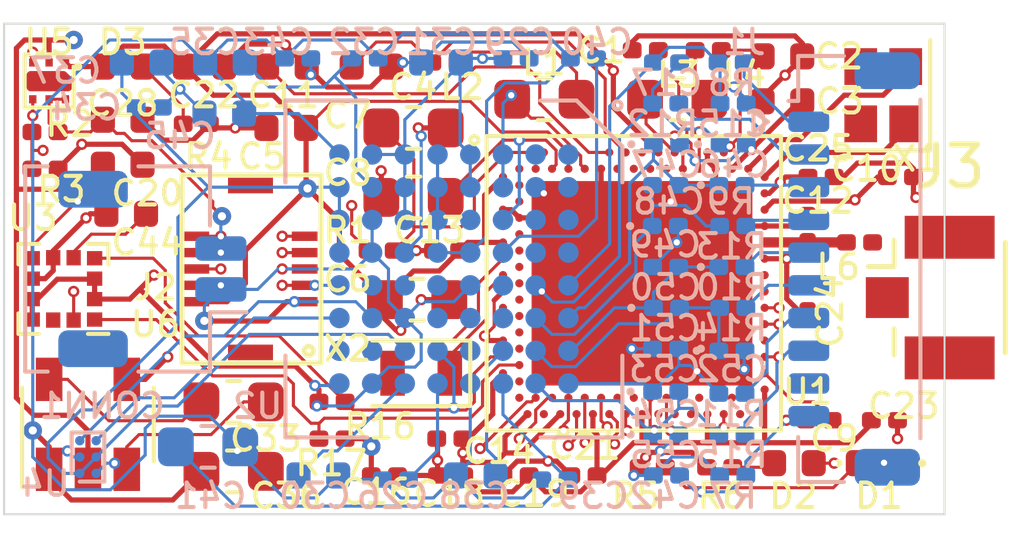
<source format=kicad_pcb>
(kicad_pcb (version 20171130) (host pcbnew "(5.1.5-0-10_14)")
  (layers (0 F.Cu signal) (1 In1.Cu signal hide) (2 In2.Cu signal hide) (31 B.Cu signal hide) (34 B.Paste user hide) (35 F.Paste user hide) (36 B.SilkS user hide) (37 F.SilkS user) (38 B.Mask user hide) (39 F.Mask user hide) (44 Edge.Cuts user))
  (net 0 "")
  (net 1 GND)
  (net 2 "Net-(C1-Pad1)")
  (net 3 "Net-(C10-Pad1)")
  (net 4 VDD)
  (net 5 "Net-(C4-Pad1)")
  (net 6 "Net-(C7-Pad1)")
  (net 7 "Net-(C8-Pad1)")
  (net 8 "Net-(C9-Pad1)")
  (net 9 "Net-(C11-Pad1)")
  (net 10 "Net-(C12-Pad1)")
  (net 11 "Net-(C15-Pad1)")
  (net 12 -1V8)
  (net 13 +1V8)
  (net 14 "Net-(C26-Pad1)")
  (net 15 VBUS)
  (net 16 "Net-(C30-Pad1)")
  (net 17 "Net-(C32-Pad1)")
  (net 18 "Net-(C33-Pad2)")
  (net 19 "Net-(C33-Pad1)")
  (net 20 "Net-(C38-Pad1)")
  (net 21 "Net-(C39-Pad1)")
  (net 22 "Net-(C40-Pad1)")
  (net 23 "Net-(C42-Pad2)")
  (net 24 "Net-(C42-Pad1)")
  (net 25 "Net-(C44-Pad1)")
  (net 26 "Net-(D1-Pad2)")
  (net 27 "Net-(D2-Pad2)")
  (net 28 "Net-(D3-Pad2)")
  (net 29 "Net-(J1-Pad8)")
  (net 30 "Net-(J1-Pad7)")
  (net 31 "Net-(J1-Pad6)")
  (net 32 "Net-(J1-Pad5)")
  (net 33 "Net-(J1-Pad4)")
  (net 34 "Net-(J1-Pad3)")
  (net 35 "Net-(J1-Pad2)")
  (net 36 "Net-(J1-Pad1)")
  (net 37 "Net-(L1-Pad2)")
  (net 38 "Net-(L1-Pad1)")
  (net 39 "Net-(L3-Pad2)")
  (net 40 "Net-(L3-Pad1)")
  (net 41 VBUS_SENS)
  (net 42 "Net-(U1-PadR1)")
  (net 43 "Net-(U1-PadN1)")
  (net 44 "Net-(U1-PadC31)")
  (net 45 "Net-(U1-PadB30)")
  (net 46 ~EC_PWDN)
  (net 47 "Net-(U2-Pad8F)")
  (net 48 ~EC_CS)
  (net 49 SDA)
  (net 50 SCL)
  (net 51 "Net-(C17-Pad2)")
  (net 52 "Net-(C47-Pad1)")
  (net 53 "Net-(C48-Pad2)")
  (net 54 "Net-(C50-Pad1)")
  (net 55 "Net-(C51-Pad2)")
  (net 56 "Net-(C53-Pad1)")
  (net 57 "Net-(C54-Pad2)")
  (net 58 SWDIO)
  (net 59 SWDCLK)
  (net 60 MISO)
  (net 61 MOSI)
  (net 62 SCK)
  (net 63 EXT_CS3)
  (net 64 EXT_CS2)
  (net 65 EXT_CS1)
  (net 66 ACCEL_INT)
  (net 67 ACCEL_DRDY)
  (net 68 LED1)
  (net 69 LED2)
  (net 70 ~EC_DRDY)
  (net 71 "Net-(J3-Pad1)")
  (module Connector_Coaxial:U.FL_Hirose_U.FL-R-SMT-1_Vertical (layer F.Cu) (at 145.55 78.2)
    (fp_text reference J3 (at 0.475 -3.2) (layer F.SilkS))
    (fp_text value Conn_Coaxial)
    (pad 2 smd rect (at 0.475 -1.475) (size 2.2 1.05) (layers F.Cu F.Paste F.Mask) (net 1 GND))
    (pad 1 smd rect (at -1.05 0) (size 1.05 1) (layers F.Cu F.Paste F.Mask) (net 71 "Net-(J3-Pad1)"))
    (pad 2 smd rect (at 0.475 1.475) (size 2.2 1.05) (layers F.Cu F.Paste F.Mask) (net 1 GND))
  )
  (module "ARBO Parts:aQFN94_7x7" (layer F.Cu) (at 138.5 77.85)
    (fp_text reference U1 (at 4.05 2.65) (layer F.SilkS) (effects (font (size 0.6 0.6) (thickness 0.1))))
    (fp_text value nRF5340)
    (fp_poly (pts (xy 2.6 -2.4) (xy -2.6 -2.4) (xy -2.6 2.4) (xy 2.6 2.4)) (layer F.Cu) (width 0.2))
    (pad 104 smd circle (at -2.6 -2.4) (size 0.2 0.2) (layers F.Cu F.Paste F.Mask) (net 1 GND))
    (pad AL29 smd circle (at 2.4 3.2) (size 0.2 0.2) (layers F.Cu F.Paste F.Mask))
    (pad AL27 smd circle (at 2 3.2) (size 0.2 0.2) (layers F.Cu F.Paste F.Mask) (net 46 ~EC_PWDN))
    (pad AL25 smd circle (at 1.6 3.2) (size 0.2 0.2) (layers F.Cu F.Paste F.Mask) (net 4 VDD))
    (pad AL23 smd circle (at 1.2 3.2) (size 0.2 0.2) (layers F.Cu F.Paste F.Mask))
    (pad AL21 smd circle (at 0.8 3.2) (size 0.2 0.2) (layers F.Cu F.Paste F.Mask))
    (pad AL19 smd circle (at 0.4 3.2) (size 0.2 0.2) (layers F.Cu F.Paste F.Mask))
    (pad AL17 smd circle (at 0 3.2) (size 0.2 0.2) (layers F.Cu F.Paste F.Mask) (net 4 VDD))
    (pad AL15 smd circle (at -0.4 3.2) (size 0.2 0.2) (layers F.Cu F.Paste F.Mask) (net 60 MISO))
    (pad AL13 smd circle (at -0.8 3.2) (size 0.2 0.2) (layers F.Cu F.Paste F.Mask) (net 62 SCK))
    (pad AL11 smd circle (at -1.2 3.2) (size 0.2 0.2) (layers F.Cu F.Paste F.Mask) (net 4 VDD))
    (pad AL9 smd circle (at -1.6 3.2) (size 0.2 0.2) (layers F.Cu F.Paste F.Mask) (net 63 EXT_CS3))
    (pad AL7 smd circle (at -2 3.2) (size 0.2 0.2) (layers F.Cu F.Paste F.Mask) (net 4 VDD))
    (pad AL5 smd circle (at -2.4 3.2) (size 0.2 0.2) (layers F.Cu F.Paste F.Mask))
    (pad AL3 smd circle (at -2.8 3.2) (size 0.2 0.2) (layers F.Cu F.Paste F.Mask) (net 4 VDD))
    (pad AJ1 smd circle (at -3.4 2.6) (size 0.2 0.2) (layers F.Cu F.Paste F.Mask))
    (pad AG1 smd circle (at -3.4 2.2) (size 0.2 0.2) (layers F.Cu F.Paste F.Mask) (net 4 VDD))
    (pad AE1 smd circle (at -3.4 1.8) (size 0.2 0.2) (layers F.Cu F.Paste F.Mask) (net 49 SDA))
    (pad AC1 smd circle (at -3.4 1.4) (size 0.2 0.2) (layers F.Cu F.Paste F.Mask) (net 4 VDD))
    (pad AA1 smd circle (at -3.4 1) (size 0.2 0.2) (layers F.Cu F.Paste F.Mask))
    (pad W1 smd circle (at -3.4 0.6) (size 0.2 0.2) (layers F.Cu F.Paste F.Mask))
    (pad U1 smd circle (at -3.4 0.2) (size 0.2 0.2) (layers F.Cu F.Paste F.Mask) (net 4 VDD))
    (pad R1 smd circle (at -3.4 -0.2) (size 0.2 0.2) (layers F.Cu F.Paste F.Mask) (net 42 "Net-(U1-PadR1)"))
    (pad N1 smd circle (at -3.4 -0.6) (size 0.2 0.2) (layers F.Cu F.Paste F.Mask) (net 43 "Net-(U1-PadN1)"))
    (pad L1 smd circle (at -3.4 -1) (size 0.2 0.2) (layers F.Cu F.Paste F.Mask) (net 4 VDD))
    (pad J1 smd circle (at -3.4 -1.4) (size 0.2 0.2) (layers F.Cu F.Paste F.Mask))
    (pad G1 smd circle (at -3.4 -1.8) (size 0.2 0.2) (layers F.Cu F.Paste F.Mask) (net 1 GND))
    (pad E1 smd circle (at -3.4 -2.2) (size 0.2 0.2) (layers F.Cu F.Paste F.Mask))
    (pad C1 smd circle (at -3.4 -2.6) (size 0.2 0.2) (layers F.Cu F.Paste F.Mask) (net 4 VDD))
    (pad B4 smd circle (at -2.6 -2.8) (size 0.2 0.2) (layers F.Cu F.Paste F.Mask))
    (pad B6 smd circle (at -2.2 -2.8) (size 0.2 0.2) (layers F.Cu F.Paste F.Mask) (net 7 "Net-(C8-Pad1)"))
    (pad B8 smd circle (at -1.8 -2.8) (size 0.2 0.2) (layers F.Cu F.Paste F.Mask) (net 4 VDD))
    (pad B10 smd circle (at -1.4 -2.8) (size 0.2 0.2) (layers F.Cu F.Paste F.Mask) (net 37 "Net-(L1-Pad2)"))
    (pad B12 smd circle (at -1 -2.8) (size 0.2 0.2) (layers F.Cu F.Paste F.Mask) (net 1 GND))
    (pad B2 smd circle (at -3 -2.8) (size 0.2 0.2) (layers F.Cu F.Paste F.Mask))
    (pad D2 smd circle (at -3 -2.4) (size 0.2 0.2) (layers F.Cu F.Paste F.Mask))
    (pad F2 smd circle (at -3 -2) (size 0.2 0.2) (layers F.Cu F.Paste F.Mask))
    (pad H2 smd circle (at -3 -1.6) (size 0.2 0.2) (layers F.Cu F.Paste F.Mask) (net 1 GND))
    (pad K2 smd circle (at -3 -1.2) (size 0.2 0.2) (layers F.Cu F.Paste F.Mask))
    (pad M2 smd circle (at -3 -0.8) (size 0.2 0.2) (layers F.Cu F.Paste F.Mask))
    (pad P2 smd circle (at -3 -0.4) (size 0.2 0.2) (layers F.Cu F.Paste F.Mask))
    (pad T2 smd circle (at -3 0) (size 0.2 0.2) (layers F.Cu F.Paste F.Mask))
    (pad V2 smd circle (at -3 0.4) (size 0.2 0.2) (layers F.Cu F.Paste F.Mask))
    (pad Y2 smd circle (at -3 0.8) (size 0.2 0.2) (layers F.Cu F.Paste F.Mask))
    (pad AB2 smd circle (at -3 1.2) (size 0.2 0.2) (layers F.Cu F.Paste F.Mask))
    (pad AD2 smd circle (at -3 1.6) (size 0.2 0.2) (layers F.Cu F.Paste F.Mask))
    (pad AF2 smd circle (at -3 2) (size 0.2 0.2) (layers F.Cu F.Paste F.Mask) (net 50 SCL))
    (pad AH2 smd circle (at -3 2.4) (size 0.2 0.2) (layers F.Cu F.Paste F.Mask))
    (pad AK2 smd circle (at -3 2.8) (size 0.2 0.2) (layers F.Cu F.Paste F.Mask))
    (pad AK4 smd circle (at -2.6 2.8) (size 0.2 0.2) (layers F.Cu F.Paste F.Mask) (net 66 ACCEL_INT))
    (pad AK6 smd circle (at -2.2 2.8) (size 0.2 0.2) (layers F.Cu F.Paste F.Mask) (net 67 ACCEL_DRDY))
    (pad AK8 smd circle (at -1.8 2.8) (size 0.2 0.2) (layers F.Cu F.Paste F.Mask) (net 64 EXT_CS2))
    (pad AK10 smd circle (at -1.4 2.8) (size 0.2 0.2) (layers F.Cu F.Paste F.Mask) (net 65 EXT_CS1))
    (pad AK12 smd circle (at -1 2.8) (size 0.2 0.2) (layers F.Cu F.Paste F.Mask) (net 61 MOSI))
    (pad AK14 smd circle (at -0.6 2.8) (size 0.2 0.2) (layers F.Cu F.Paste F.Mask))
    (pad AK16 smd circle (at -0.2 2.8) (size 0.2 0.2) (layers F.Cu F.Paste F.Mask))
    (pad AK18 smd circle (at 0.2 2.8) (size 0.2 0.2) (layers F.Cu F.Paste F.Mask) (net 48 ~EC_CS))
    (pad AK20 smd circle (at 0.6 2.8) (size 0.2 0.2) (layers F.Cu F.Paste F.Mask) (net 70 ~EC_DRDY))
    (pad AK22 smd circle (at 1 2.8) (size 0.2 0.2) (layers F.Cu F.Paste F.Mask))
    (pad AK24 smd circle (at 1.4 2.8) (size 0.2 0.2) (layers F.Cu F.Paste F.Mask))
    (pad AK26 smd circle (at 1.8 2.8) (size 0.2 0.2) (layers F.Cu F.Paste F.Mask))
    (pad AK28 smd circle (at 2.2 2.8) (size 0.2 0.2) (layers F.Cu F.Paste F.Mask))
    (pad AK30 smd circle (at 2.6 2.8) (size 0.2 0.2) (layers F.Cu F.Paste F.Mask))
    (pad AJ31 smd circle (at 3 2.6) (size 0.2 0.2) (layers F.Cu F.Paste F.Mask) (net 4 VDD))
    (pad AG31 smd circle (at 3 2.2) (size 0.2 0.2) (layers F.Cu F.Paste F.Mask) (net 8 "Net-(C9-Pad1)"))
    (pad AE31 smd circle (at 3 1.8) (size 0.2 0.2) (layers F.Cu F.Paste F.Mask) (net 41 VBUS_SENS))
    (pad AC31 smd circle (at 3 1.4) (size 0.2 0.2) (layers F.Cu F.Paste F.Mask))
    (pad AA31 smd circle (at 3 1) (size 0.2 0.2) (layers F.Cu F.Paste F.Mask) (net 58 SWDIO))
    (pad W31 smd circle (at 3 0.6) (size 0.2 0.2) (layers F.Cu F.Paste F.Mask) (net 59 SWDCLK))
    (pad U31 smd circle (at 3 0.2) (size 0.2 0.2) (layers F.Cu F.Paste F.Mask))
    (pad R31 smd circle (at 3 -0.2) (size 0.2 0.2) (layers F.Cu F.Paste F.Mask))
    (pad N31 smd circle (at 3 -0.6) (size 0.2 0.2) (layers F.Cu F.Paste F.Mask) (net 4 VDD))
    (pad L31 smd circle (at 3 -1) (size 0.2 0.2) (layers F.Cu F.Paste F.Mask) (net 10 "Net-(C12-Pad1)"))
    (pad J31 smd circle (at 3 -1.4) (size 0.2 0.2) (layers F.Cu F.Paste F.Mask) (net 1 GND))
    (pad G31 smd circle (at 3 -1.8) (size 0.2 0.2) (layers F.Cu F.Paste F.Mask) (net 3 "Net-(C10-Pad1)"))
    (pad E31 smd circle (at 3 -2.2) (size 0.2 0.2) (layers F.Cu F.Paste F.Mask) (net 4 VDD))
    (pad C31 smd circle (at 3 -2.6) (size 0.2 0.2) (layers F.Cu F.Paste F.Mask) (net 44 "Net-(U1-PadC31)"))
    (pad B30 smd circle (at 2.6 -2.8) (size 0.2 0.2) (layers F.Cu F.Paste F.Mask) (net 45 "Net-(U1-PadB30)"))
    (pad B28 smd circle (at 2.2 -2.8) (size 0.2 0.2) (layers F.Cu F.Paste F.Mask) (net 4 VDD))
    (pad B26 smd circle (at 1.8 -2.8) (size 0.2 0.2) (layers F.Cu F.Paste F.Mask) (net 1 GND))
    (pad B24 smd circle (at 1.4 -2.8) (size 0.2 0.2) (layers F.Cu F.Paste F.Mask) (net 68 LED1))
    (pad B22 smd circle (at 1 -2.8) (size 0.2 0.2) (layers F.Cu F.Paste F.Mask) (net 69 LED2))
    (pad B20 smd circle (at 0.6 -2.8) (size 0.2 0.2) (layers F.Cu F.Paste F.Mask))
    (pad B18 smd circle (at 0.2 -2.8) (size 0.2 0.2) (layers F.Cu F.Paste F.Mask))
    (pad B16 smd circle (at -0.2 -2.8) (size 0.2 0.2) (layers F.Cu F.Paste F.Mask))
    (pad B14 smd circle (at -0.6 -2.8) (size 0.2 0.2) (layers F.Cu F.Paste F.Mask))
    (pad A5 smd circle (at -2.4 -3.2) (size 0.2 0.2) (layers F.Cu F.Paste F.Mask) (net 6 "Net-(C7-Pad1)"))
    (pad A27 smd circle (at 2 -3.2) (size 0.2 0.2) (layers F.Cu F.Paste F.Mask) (net 3 "Net-(C10-Pad1)"))
    (pad A25 smd circle (at 1.6 -3.2) (size 0.2 0.2) (layers F.Cu F.Paste F.Mask) (net 1 GND))
    (pad A23 smd circle (at 1.2 -3.2) (size 0.2 0.2) (layers F.Cu F.Paste F.Mask) (net 2 "Net-(C1-Pad1)"))
    (pad A21 smd circle (at 0.8 -3.2) (size 0.2 0.2) (layers F.Cu F.Paste F.Mask) (net 39 "Net-(L3-Pad2)"))
    (pad A19 smd circle (at 0.4 -3.2) (size 0.2 0.2) (layers F.Cu F.Paste F.Mask) (net 4 VDD))
    (pad A17 smd circle (at 0 -3.2) (size 0.2 0.2) (layers F.Cu F.Paste F.Mask))
    (pad A13 smd circle (at -0.8 -3.2) (size 0.2 0.2) (layers F.Cu F.Paste F.Mask) (net 9 "Net-(C11-Pad1)"))
    (pad A15 smd circle (at -0.4 -3.2) (size 0.2 0.2) (layers F.Cu F.Paste F.Mask) (net 5 "Net-(C4-Pad1)"))
  )
  (module Capacitor_SMD:C_0201_0603Metric (layer F.Cu) (at 142.55 76.53 90)
    (fp_text reference C12 (at 0.7 0.25 180) (layer F.SilkS) (effects (font (size 0.6 0.6) (thickness 0.1))))
    (fp_text value 0.7pF)
    (pad 2 smd roundrect (at 0.32 0 90) (size 0.46 0.4) (layers F.Cu F.Mask) (net 1 GND))
    (pad 1 smd roundrect (at -0.32 0 90) (size 0.46 0.4) (layers F.Cu F.Mask) (net 10 "Net-(C12-Pad1)"))
  )
  (module Crystal:Crystal_SMD_2016-4Pin_2.0x1.6mm (layer F.Cu) (at 144.4 73.25 90)
    (fp_text reference X1 (at -1.55 0.8 180) (layer F.SilkS) (effects (font (size 0.6 0.6) (thickness 0.1))))
    (fp_text value 32MHz)
    (pad 4 smd rect (at -0.7 -0.55 90) (size 0.9 0.8) (layers F.Cu F.Paste F.Mask))
    (pad 3 smd rect (at 0.7 -0.55 90) (size 0.9 0.8) (layers F.Cu F.Paste F.Mask))
    (pad 2 smd rect (at 0.7 0.55 90) (size 0.9 0.8) (layers F.Cu F.Paste F.Mask) (net 45 "Net-(U1-PadB30)"))
    (pad 1 smd rect (at -0.7 0.55 90) (size 0.9 0.8) (layers F.Cu F.Paste F.Mask) (net 44 "Net-(U1-PadC31)"))
  )
  (module LED_SMD:LED_0402_1005Metric (layer F.Cu) (at 125.8 72.55)
    (fp_text reference D3 (at 0 -0.6) (layer F.SilkS) (effects (font (size 0.6 0.6) (thickness 0.1))))
    (fp_text value LED)
    (pad 2 smd roundrect (at 0.485 0) (size 0.59 0.64) (layers F.Cu F.Paste F.Mask) (net 28 "Net-(D3-Pad2)"))
    (pad 1 smd roundrect (at -0.485 0) (size 0.59 0.64) (layers F.Cu F.Paste F.Mask) (net 4 VDD))
  )
  (module LED_SMD:LED_0402_1005Metric (layer F.Cu) (at 142.215 82.25 180)
    (fp_text reference D2 (at 0.015 -0.8) (layer F.SilkS) (effects (font (size 0.6 0.6) (thickness 0.1))))
    (fp_text value LED)
    (pad 2 smd roundrect (at 0.485 0 180) (size 0.59 0.64) (layers F.Cu F.Paste F.Mask) (net 27 "Net-(D2-Pad2)"))
    (pad 1 smd roundrect (at -0.485 0 180) (size 0.59 0.64) (layers F.Cu F.Paste F.Mask) (net 69 LED2))
  )
  (module LED_SMD:LED_0402_1005Metric (layer F.Cu) (at 144.265 82.25 180)
    (fp_text reference D1 (at -0.035 -0.8) (layer F.SilkS) (effects (font (size 0.6 0.6) (thickness 0.1))))
    (fp_text value LED)
    (pad 2 smd roundrect (at 0.485 0 180) (size 0.59 0.64) (layers F.Cu F.Paste F.Mask) (net 26 "Net-(D1-Pad2)"))
    (pad 1 smd roundrect (at -0.485 0 180) (size 0.59 0.64) (layers F.Cu F.Paste F.Mask) (net 68 LED1))
  )
  (module "ARBO Parts:hirose_DF37NB-10" (layer F.Cu) (at 130.25 77.5 90)
    (fp_text reference J2 (at -0.45 -3.65 180) (layer F.SilkS) (effects (font (size 0.6 0.6) (thickness 0.1))))
    (fp_text value Conn_01x10_Female)
    (pad 12 smd rect (at -2.04 -1.325 90) (size 0.38 1.1) (layers F.Cu F.Paste F.Mask))
    (pad 11 smd rect (at 2.04 -1.325 90) (size 0.38 1.1) (layers F.Cu F.Paste F.Mask))
    (pad 10 smd rect (at -0.8 -2.65 90) (size 0.23 0.63) (layers F.Cu F.Paste F.Mask) (net 4 VDD))
    (pad 9 smd rect (at -0.4 -2.65 90) (size 0.23 0.63) (layers F.Cu F.Paste F.Mask) (net 63 EXT_CS3))
    (pad 8 smd rect (at 0 -2.65 90) (size 0.23 0.63) (layers F.Cu F.Paste F.Mask) (net 64 EXT_CS2))
    (pad 7 smd rect (at 0.4 -2.65 90) (size 0.23 0.63) (layers F.Cu F.Paste F.Mask) (net 65 EXT_CS1))
    (pad 6 smd rect (at 0.8 -2.65 90) (size 0.23 0.63) (layers F.Cu F.Paste F.Mask) (net 59 SWDCLK))
    (pad 5 smd rect (at 0.8 0 90) (size 0.23 0.63) (layers F.Cu F.Paste F.Mask) (net 58 SWDIO))
    (pad 4 smd rect (at 0.4 0 90) (size 0.23 0.63) (layers F.Cu F.Paste F.Mask) (net 60 MISO))
    (pad 3 smd rect (at 0 0 90) (size 0.23 0.63) (layers F.Cu F.Paste F.Mask) (net 61 MOSI))
    (pad 2 smd rect (at -0.4 0 90) (size 0.23 0.63) (layers F.Cu F.Paste F.Mask) (net 62 SCK))
    (pad 1 smd rect (at -0.8 0 90) (size 0.23 0.63) (layers F.Cu F.Paste F.Mask) (net 1 GND))
  )
  (module "ARBO Parts:RP152" (layer F.Cu) (at 124.4 72.45 180)
    (fp_text reference U5 (at 0.4 0.5 180) (layer F.SilkS) (effects (font (size 0.6 0.6) (thickness 0.1))))
    (fp_text value RP152)
    (fp_poly (pts (xy -0.06 -0.605) (xy 0.85 -0.605) (xy 0.85 -0.31) (xy 0.05 -0.31) (xy -0.06 -0.415)) (layer F.Cu) (width 0.2))
    (pad 6 smd rect (at 0 -0.9 180) (size 0.18 0.2) (layers F.Cu F.Paste F.Mask) (net 15 VBUS))
    (pad 5 smd rect (at 0.4 -0.9 180) (size 0.18 0.2) (layers F.Cu F.Paste F.Mask) (net 15 VBUS))
    (pad 4 smd rect (at 0.8 -0.9 180) (size 0.18 0.2) (layers F.Cu F.Paste F.Mask) (net 46 ~EC_PWDN))
    (pad 3 smd rect (at 0.8 0 180) (size 0.18 0.2) (layers F.Cu F.Paste F.Mask) (net 1 GND))
    (pad 2 smd rect (at 0.4 0 180) (size 0.18 0.2) (layers F.Cu F.Paste F.Mask) (net 13 +1V8))
    (pad 1 smd rect (at 0 0 180) (size 0.18 0.2) (layers F.Cu F.Paste F.Mask) (net 4 VDD))
  )
  (module Capacitor_SMD:C_0603_1608Metric (layer F.Cu) (at 133 78.25)
    (fp_text reference C6 (at -1.7 -0.5) (layer F.SilkS) (effects (font (size 0.6 0.6) (thickness 0.1))))
    (fp_text value 2.2uF)
    (pad 2 smd roundrect (at 0.7875 0) (size 0.875 0.95) (layers F.Cu F.Paste F.Mask) (net 1 GND))
    (pad 1 smd roundrect (at -0.7875 0) (size 0.875 0.95) (layers F.Cu F.Paste F.Mask) (net 4 VDD))
  )
  (module "ARBO Parts:BGA-64_8x8_8.0x8.0mm_ADS129x" (layer B.Cu) (at 133.9 77.5 180)
    (fp_text reference U2 (at 4.8 -3.35) (layer B.SilkS) (effects (font (size 0.6 0.6) (thickness 0.1)) (justify mirror)))
    (fp_text value ADS1294)
    (pad 8H smd circle (at 2.8 -2.8 180) (size 0.5 0.5) (layers B.Cu B.Paste B.Mask) (net 61 MOSI))
    (pad 8G smd circle (at 2.8 -2 180) (size 0.5 0.5) (layers B.Cu B.Paste B.Mask))
    (pad 8F smd circle (at 2.8 -1.2 180) (size 0.5 0.5) (layers B.Cu B.Paste B.Mask) (net 47 "Net-(U2-Pad8F)"))
    (pad 8E smd circle (at 2.8 -0.4 180) (size 0.5 0.5) (layers B.Cu B.Paste B.Mask) (net 60 MISO))
    (pad 8D smd circle (at 2.8 0.4 180) (size 0.5 0.5) (layers B.Cu B.Paste B.Mask) (net 4 VDD))
    (pad 8C smd circle (at 2.8 1.2 180) (size 0.5 0.5) (layers B.Cu B.Paste B.Mask) (net 4 VDD))
    (pad 8B smd circle (at 2.8 2 180) (size 0.5 0.5) (layers B.Cu B.Paste B.Mask) (net 4 VDD))
    (pad 8A smd circle (at 2.8 2.8 180) (size 0.5 0.5) (layers B.Cu B.Paste B.Mask) (net 12 -1V8))
    (pad 7H smd circle (at 2 -2.8 180) (size 0.5 0.5) (layers B.Cu B.Paste B.Mask) (net 1 GND))
    (pad 7G smd circle (at 2 -2 180) (size 0.5 0.5) (layers B.Cu B.Paste B.Mask))
    (pad 7F smd circle (at 2 -1.2 180) (size 0.5 0.5) (layers B.Cu B.Paste B.Mask) (net 48 ~EC_CS))
    (pad 7E smd circle (at 2 -0.4 180) (size 0.5 0.5) (layers B.Cu B.Paste B.Mask))
    (pad 7D smd circle (at 2 0.4 180) (size 0.5 0.5) (layers B.Cu B.Paste B.Mask) (net 1 GND))
    (pad 7C smd circle (at 2 1.2 180) (size 0.5 0.5) (layers B.Cu B.Paste B.Mask) (net 1 GND))
    (pad 7B smd circle (at 2 2 180) (size 0.5 0.5) (layers B.Cu B.Paste B.Mask) (net 17 "Net-(C32-Pad1)"))
    (pad 7A smd circle (at 2 2.8 180) (size 0.5 0.5) (layers B.Cu B.Paste B.Mask) (net 13 +1V8))
    (pad 6H smd circle (at 1.2 -2.8 180) (size 0.5 0.5) (layers B.Cu B.Paste B.Mask) (net 16 "Net-(C30-Pad1)"))
    (pad 6G smd circle (at 1.2 -2 180) (size 0.5 0.5) (layers B.Cu B.Paste B.Mask) (net 4 VDD))
    (pad 6F smd circle (at 1.2 -1.2 180) (size 0.5 0.5) (layers B.Cu B.Paste B.Mask) (net 1 GND))
    (pad 6E smd circle (at 1.2 -0.4 180) (size 0.5 0.5) (layers B.Cu B.Paste B.Mask))
    (pad 6D smd circle (at 1.2 0.4 180) (size 0.5 0.5) (layers B.Cu B.Paste B.Mask) (net 70 ~EC_DRDY))
    (pad 6C smd circle (at 1.2 1.2 180) (size 0.5 0.5) (layers B.Cu B.Paste B.Mask) (net 13 +1V8))
    (pad 6B smd circle (at 1.2 2 180) (size 0.5 0.5) (layers B.Cu B.Paste B.Mask) (net 13 +1V8))
    (pad 6A smd circle (at 1.2 2.8 180) (size 0.5 0.5) (layers B.Cu B.Paste B.Mask) (net 13 +1V8))
    (pad 5H smd circle (at 0.4 -2.8 180) (size 0.5 0.5) (layers B.Cu B.Paste B.Mask) (net 14 "Net-(C26-Pad1)"))
    (pad 5G smd circle (at 0.4 -2 180) (size 0.5 0.5) (layers B.Cu B.Paste B.Mask) (net 46 ~EC_PWDN))
    (pad 5F smd circle (at 0.4 -1.2 180) (size 0.5 0.5) (layers B.Cu B.Paste B.Mask))
    (pad 5E smd circle (at 0.4 -0.4 180) (size 0.5 0.5) (layers B.Cu B.Paste B.Mask))
    (pad 5D smd circle (at 0.4 0.4 180) (size 0.5 0.5) (layers B.Cu B.Paste B.Mask) (net 12 -1V8))
    (pad 5C smd circle (at 0.4 1.2 180) (size 0.5 0.5) (layers B.Cu B.Paste B.Mask) (net 12 -1V8))
    (pad 5B smd circle (at 0.4 2 180) (size 0.5 0.5) (layers B.Cu B.Paste B.Mask) (net 12 -1V8))
    (pad 5A smd circle (at 0.4 2.8 180) (size 0.5 0.5) (layers B.Cu B.Paste B.Mask) (net 12 -1V8))
    (pad 4H smd circle (at -0.4 -2.8 180) (size 0.5 0.5) (layers B.Cu B.Paste B.Mask) (net 12 -1V8))
    (pad 4G smd circle (at -0.4 -2 180) (size 0.5 0.5) (layers B.Cu B.Paste B.Mask))
    (pad 4F smd circle (at -0.4 -1.2 180) (size 0.5 0.5) (layers B.Cu B.Paste B.Mask))
    (pad 4E smd circle (at -0.4 -0.4 180) (size 0.5 0.5) (layers B.Cu B.Paste B.Mask) (net 1 GND))
    (pad 4D smd circle (at -0.4 0.4 180) (size 0.5 0.5) (layers B.Cu B.Paste B.Mask) (net 12 -1V8))
    (pad 4C smd circle (at -0.4 1.2 180) (size 0.5 0.5) (layers B.Cu B.Paste B.Mask))
    (pad 4B smd circle (at -0.4 2 180) (size 0.5 0.5) (layers B.Cu B.Paste B.Mask) (net 13 +1V8))
    (pad 4A smd circle (at -0.4 2.8 180) (size 0.5 0.5) (layers B.Cu B.Paste B.Mask) (net 13 +1V8))
    (pad 3H smd circle (at -1.2 -2.8 180) (size 0.5 0.5) (layers B.Cu B.Paste B.Mask) (net 21 "Net-(C39-Pad1)"))
    (pad 3G smd circle (at -1.2 -2 180) (size 0.5 0.5) (layers B.Cu B.Paste B.Mask) (net 20 "Net-(C38-Pad1)"))
    (pad 3F smd circle (at -1.2 -1.2 180) (size 0.5 0.5) (layers B.Cu B.Paste B.Mask))
    (pad 3E smd circle (at -1.2 -0.4 180) (size 0.5 0.5) (layers B.Cu B.Paste B.Mask))
    (pad 3D smd circle (at -1.2 0.4 180) (size 0.5 0.5) (layers B.Cu B.Paste B.Mask) (net 22 "Net-(C40-Pad1)"))
    (pad 3C smd circle (at -1.2 1.2 180) (size 0.5 0.5) (layers B.Cu B.Paste B.Mask) (net 23 "Net-(C42-Pad2)"))
    (pad 3B smd circle (at -1.2 2 180) (size 0.5 0.5) (layers B.Cu B.Paste B.Mask) (net 24 "Net-(C42-Pad1)"))
    (pad 3A smd circle (at -1.2 2.8 180) (size 0.5 0.5) (layers B.Cu B.Paste B.Mask) (net 24 "Net-(C42-Pad1)"))
    (pad 2H smd circle (at -2 -2.8 180) (size 0.5 0.5) (layers B.Cu B.Paste B.Mask) (net 57 "Net-(C54-Pad2)"))
    (pad 2G smd circle (at -2 -2 180) (size 0.5 0.5) (layers B.Cu B.Paste B.Mask) (net 55 "Net-(C51-Pad2)"))
    (pad 2F smd circle (at -2 -1.2 180) (size 0.5 0.5) (layers B.Cu B.Paste B.Mask) (net 53 "Net-(C48-Pad2)"))
    (pad 2E smd circle (at -2 -0.4 180) (size 0.5 0.5) (layers B.Cu B.Paste B.Mask) (net 51 "Net-(C17-Pad2)"))
    (pad 2D smd circle (at -2 0.4 180) (size 0.5 0.5) (layers B.Cu B.Paste B.Mask))
    (pad 2C smd circle (at -2 1.2 180) (size 0.5 0.5) (layers B.Cu B.Paste B.Mask))
    (pad 2B smd circle (at -2 2 180) (size 0.5 0.5) (layers B.Cu B.Paste B.Mask))
    (pad 2A smd circle (at -2 2.8 180) (size 0.5 0.5) (layers B.Cu B.Paste B.Mask))
    (pad 1H smd circle (at -2.8 -2.8 180) (size 0.5 0.5) (layers B.Cu B.Paste B.Mask) (net 56 "Net-(C53-Pad1)"))
    (pad 1G smd circle (at -2.8 -2 180) (size 0.5 0.5) (layers B.Cu B.Paste B.Mask) (net 54 "Net-(C50-Pad1)"))
    (pad 1F smd circle (at -2.8 -1.2 180) (size 0.5 0.5) (layers B.Cu B.Paste B.Mask) (net 52 "Net-(C47-Pad1)"))
    (pad 1E smd circle (at -2.8 -0.4 180) (size 0.5 0.5) (layers B.Cu B.Paste B.Mask) (net 11 "Net-(C15-Pad1)"))
    (pad 1D smd circle (at -2.8 0.4 180) (size 0.5 0.5) (layers B.Cu B.Paste B.Mask))
    (pad 1C smd circle (at -2.8 1.2 180) (size 0.5 0.5) (layers B.Cu B.Paste B.Mask))
    (pad 1B smd circle (at -2.8 2 180) (size 0.5 0.5) (layers B.Cu B.Paste B.Mask))
    (pad 1A smd circle (at -2.8 2.8 180) (size 0.5 0.5) (layers B.Cu B.Paste B.Mask))
  )
  (module Capacitor_SMD:C_0201_0603Metric (layer B.Cu) (at 126.45 73.55)
    (fp_text reference C34 (at -1.55 0) (layer B.SilkS) (effects (font (size 0.6 0.6) (thickness 0.1)) (justify mirror)))
    (fp_text value 0.1uF)
    (pad 2 smd roundrect (at 0.32 0) (size 0.46 0.4) (layers B.Cu B.Mask) (net 1 GND))
    (pad 1 smd roundrect (at -0.32 0) (size 0.46 0.4) (layers B.Cu B.Mask) (net 4 VDD))
  )
  (module Capacitor_SMD:C_0402_1005Metric (layer B.Cu) (at 128.3 72.45 180)
    (fp_text reference C35 (at 0.5 0.5) (layer B.SilkS) (effects (font (size 0.6 0.6) (thickness 0.1)) (justify mirror)))
    (fp_text value 1uF)
    (pad 2 smd roundrect (at 0.485 0 180) (size 0.59 0.64) (layers B.Cu B.Paste B.Mask) (net 12 -1V8))
    (pad 1 smd roundrect (at -0.485 0 180) (size 0.59 0.64) (layers B.Cu B.Paste B.Mask) (net 17 "Net-(C32-Pad1)"))
  )
  (module Capacitor_SMD:C_0201_0603Metric (layer B.Cu) (at 135.42 72.35)
    (fp_text reference C29 (at 0.08 -0.4) (layer B.SilkS) (effects (font (size 0.6 0.6) (thickness 0.1)) (justify mirror)))
    (fp_text value 0.1uF)
    (pad 2 smd roundrect (at 0.32 0) (size 0.46 0.4) (layers B.Cu B.Mask) (net 1 GND))
    (pad 1 smd roundrect (at -0.32 0) (size 0.46 0.4) (layers B.Cu B.Mask) (net 13 +1V8))
  )
  (module Diode_SMD:D_0201_0603Metric (layer B.Cu) (at 139.08 75.45 180)
    (fp_text reference C48 (at -0.08 -0.4) (layer B.SilkS) (effects (font (size 0.6 0.6) (thickness 0.1)) (justify mirror)))
    (fp_text value 4.7nF)
    (pad 2 smd roundrect (at 0.32 0 180) (size 0.46 0.4) (layers B.Cu B.Mask) (net 53 "Net-(C48-Pad2)"))
    (pad 1 smd roundrect (at -0.32 0 180) (size 0.46 0.4) (layers B.Cu B.Mask) (net 52 "Net-(C47-Pad1)"))
  )
  (module "ARBO Parts:BGA-6_04pitch" (layer B.Cu) (at 124.95 82.1)
    (fp_text reference U4 (at -1.05 0.65 180) (layer B.SilkS) (effects (font (size 0.6 0.6) (thickness 0.1)) (justify mirror)))
    (fp_text value SN74AUP1G98_BGA)
    (pad C2 smd circle (at 0.2 -0.4) (size 0.23 0.23) (layers B.Cu B.Paste B.Mask) (net 47 "Net-(U2-Pad8F)"))
    (pad B2 smd circle (at 0.2 0) (size 0.23 0.23) (layers B.Cu B.Paste B.Mask) (net 4 VDD))
    (pad A2 smd circle (at 0.2 0.4) (size 0.23 0.23) (layers B.Cu B.Paste B.Mask) (net 62 SCK))
    (pad C1 smd circle (at -0.2 -0.4) (size 0.23 0.23) (layers B.Cu B.Paste B.Mask) (net 48 ~EC_CS))
    (pad B1 smd circle (at -0.2 0) (size 0.23 0.23) (layers B.Cu B.Paste B.Mask) (net 1 GND))
    (pad A1 smd circle (at -0.2 0.4) (size 0.23 0.23) (layers B.Cu B.Paste B.Mask) (net 4 VDD))
  )
  (module Capacitor_SMD:C_0402_1005Metric (layer F.Cu) (at 141.935 73.4 180)
    (fp_text reference C3 (at -1.4 0) (layer F.SilkS) (effects (font (size 0.6 0.6) (thickness 0.1))))
    (fp_text value 1uF)
    (pad 2 smd roundrect (at 0.485 0 180) (size 0.59 0.64) (layers F.Cu F.Paste F.Mask) (net 1 GND))
    (pad 1 smd roundrect (at -0.485 0 180) (size 0.59 0.64) (layers F.Cu F.Paste F.Mask) (net 4 VDD))
  )
  (module Resistor_SMD:R_0201_0603Metric (layer F.Cu) (at 130.92 81.65 180)
    (fp_text reference R17 (at 0.02 -0.6) (layer F.SilkS) (effects (font (size 0.6 0.6) (thickness 0.1))))
    (fp_text value 4.7k)
    (pad 2 smd roundrect (at 0.32 0 180) (size 0.46 0.4) (layers F.Cu F.Mask) (net 50 SCL))
    (pad 1 smd roundrect (at -0.32 0 180) (size 0.46 0.4) (layers F.Cu F.Mask) (net 4 VDD))
  )
  (module Resistor_SMD:R_0201_0603Metric (layer F.Cu) (at 130.92 80.75)
    (fp_text reference R16 (at 1.18 0.6) (layer F.SilkS) (effects (font (size 0.6 0.6) (thickness 0.1))))
    (fp_text value 4.7k)
    (pad 2 smd roundrect (at 0.32 0) (size 0.46 0.4) (layers F.Cu F.Mask) (net 49 SDA))
    (pad 1 smd roundrect (at -0.32 0) (size 0.46 0.4) (layers F.Cu F.Mask) (net 4 VDD))
  )
  (module Capacitor_SMD:C_0402_1005Metric (layer F.Cu) (at 125.885 76.15 180)
    (fp_text reference C44 (at -0.515 -0.7) (layer F.SilkS) (effects (font (size 0.6 0.6) (thickness 0.1))))
    (fp_text value 220nF)
    (pad 2 smd roundrect (at 0.485 0 180) (size 0.59 0.64) (layers F.Cu F.Paste F.Mask) (net 1 GND))
    (pad 1 smd roundrect (at -0.485 0 180) (size 0.59 0.64) (layers F.Cu F.Paste F.Mask) (net 25 "Net-(C44-Pad1)"))
  )
  (module Package_LGA:LGA-12_2x2mm_P0.5mm (layer F.Cu) (at 124.35 77.9875 180)
    (fp_text reference U3 (at 0.75 1.7375) (layer F.SilkS) (effects (font (size 0.6 0.6) (thickness 0.1))))
    (fp_text value LSM303AGR)
    (pad 12 smd rect (at -0.25 -0.7625 270) (size 0.375 0.35) (layers F.Cu F.Paste F.Mask) (net 66 ACCEL_INT))
    (pad 11 smd rect (at 0.25 -0.7625 270) (size 0.375 0.35) (layers F.Cu F.Paste F.Mask))
    (pad 6 smd rect (at 0.25 0.7625 270) (size 0.375 0.35) (layers F.Cu F.Paste F.Mask) (net 1 GND))
    (pad 5 smd rect (at -0.25 0.7625 270) (size 0.375 0.35) (layers F.Cu F.Paste F.Mask) (net 25 "Net-(C44-Pad1)"))
    (pad 10 smd rect (at 0.7625 -0.75 180) (size 0.375 0.35) (layers F.Cu F.Paste F.Mask) (net 4 VDD))
    (pad 1 smd rect (at -0.7625 -0.75 180) (size 0.375 0.35) (layers F.Cu F.Paste F.Mask) (net 50 SCL))
    (pad 7 smd rect (at 0.7625 0.75 180) (size 0.375 0.35) (layers F.Cu F.Paste F.Mask) (net 67 ACCEL_DRDY))
    (pad 4 smd rect (at -0.7625 0.75 180) (size 0.375 0.35) (layers F.Cu F.Paste F.Mask) (net 49 SDA))
    (pad 8 smd rect (at 0.7625 0.25 180) (size 0.375 0.35) (layers F.Cu F.Paste F.Mask) (net 1 GND))
    (pad 9 smd rect (at 0.7625 -0.25 180) (size 0.375 0.35) (layers F.Cu F.Paste F.Mask) (net 4 VDD))
    (pad 3 smd rect (at -0.7625 0.25 180) (size 0.375 0.35) (layers F.Cu F.Paste F.Mask) (net 4 VDD))
    (pad 2 smd rect (at -0.7625 -0.25 180) (size 0.375 0.35) (layers F.Cu F.Paste F.Mask) (net 4 VDD))
  )
  (module Connector_JST:JST_SHL_SM02B-SHLS-TF_1x02-1MP_P1.00mm_Horizontal (layer B.Cu) (at 126.525 77.5 90)
    (fp_text reference CONN1 (at -3.35 -1.225) (layer B.SilkS) (effects (font (size 0.6 0.6) (thickness 0.1)) (justify mirror)))
    (fp_text value JST-PH)
    (pad MP smd roundrect (at 1.95 -1.45 90) (size 0.9 1.7) (layers B.Cu B.Paste B.Mask))
    (pad MP smd roundrect (at -1.95 -1.45 90) (size 0.9 1.7) (layers B.Cu B.Paste B.Mask))
    (pad 2 smd roundrect (at 0.5 1.675 90) (size 0.6 1.25) (layers B.Cu B.Paste B.Mask) (net 15 VBUS))
    (pad 1 smd roundrect (at -0.5 1.675 90) (size 0.6 1.25) (layers B.Cu B.Paste B.Mask) (net 1 GND))
  )
  (module Capacitor_SMD:C_0201_0603Metric (layer F.Cu) (at 133.82 82.55 180)
    (fp_text reference C18 (at 0.03 -0.45) (layer F.SilkS) (effects (font (size 0.6 0.6) (thickness 0.1))))
    (fp_text value N.C.)
    (pad 2 smd roundrect (at 0.32 0 180) (size 0.46 0.4) (layers F.Cu F.Mask) (net 1 GND))
    (pad 1 smd roundrect (at -0.32 0 180) (size 0.46 0.4) (layers F.Cu F.Mask) (net 4 VDD))
  )
  (module Capacitor_SMD:C_0201_0603Metric (layer B.Cu) (at 131.73 72.35)
    (fp_text reference C32 (at -0.03 -0.4) (layer B.SilkS) (effects (font (size 0.6 0.6) (thickness 0.1)) (justify mirror)))
    (fp_text value 0.1uF)
    (pad 2 smd roundrect (at 0.32 0) (size 0.46 0.4) (layers B.Cu B.Mask) (net 12 -1V8))
    (pad 1 smd roundrect (at -0.32 0) (size 0.46 0.4) (layers B.Cu B.Mask) (net 17 "Net-(C32-Pad1)"))
  )
  (module Diode_SMD:D_0201_0603Metric (layer B.Cu) (at 140.73 74.45)
    (fp_text reference C46 (at 0.02 0.5 180) (layer B.SilkS) (effects (font (size 0.6 0.6) (thickness 0.1)) (justify mirror)))
    (fp_text value 1000pF)
    (pad 2 smd roundrect (at 0.32 0) (size 0.46 0.4) (layers B.Cu B.Mask) (net 1 GND))
    (pad 1 smd roundrect (at -0.32 0) (size 0.46 0.4) (layers B.Cu B.Mask) (net 51 "Net-(C17-Pad2)"))
  )
  (module Capacitor_SMD:C_0201_0603Metric (layer B.Cu) (at 132.47 82.65 180)
    (fp_text reference C26 (at 0.07 -0.4) (layer B.SilkS) (effects (font (size 0.6 0.6) (thickness 0.1)) (justify mirror)))
    (fp_text value 22uF)
    (pad 2 smd roundrect (at 0.32 0 180) (size 0.46 0.4) (layers B.Cu B.Mask) (net 12 -1V8))
    (pad 1 smd roundrect (at -0.32 0 180) (size 0.46 0.4) (layers B.Cu B.Mask) (net 14 "Net-(C26-Pad1)"))
  )
  (module Capacitor_SMD:C_0201_0603Metric (layer B.Cu) (at 136.37 82.65 180)
    (fp_text reference C39 (at -0.93 -0.4) (layer B.SilkS) (effects (font (size 0.6 0.6) (thickness 0.1)) (justify mirror)))
    (fp_text value 0.1uF)
    (pad 2 smd roundrect (at 0.32 0 180) (size 0.46 0.4) (layers B.Cu B.Mask) (net 12 -1V8))
    (pad 1 smd roundrect (at -0.32 0 180) (size 0.46 0.4) (layers B.Cu B.Mask) (net 21 "Net-(C39-Pad1)"))
  )
  (module Capacitor_SMD:C_0402_1005Metric (layer F.Cu) (at 129.815 72.55)
    (fp_text reference C11 (at -0.085 0.7) (layer F.SilkS) (effects (font (size 0.6 0.6) (thickness 0.1))))
    (fp_text value 1uF)
    (pad 2 smd roundrect (at 0.485 0) (size 0.59 0.64) (layers F.Cu F.Paste F.Mask) (net 1 GND))
    (pad 1 smd roundrect (at -0.485 0) (size 0.59 0.64) (layers F.Cu F.Paste F.Mask) (net 9 "Net-(C11-Pad1)"))
  )
  (module Resistor_SMD:R_0201_0603Metric (layer B.Cu) (at 140.7 81.55)
    (fp_text reference R15 (at 0 0.5 180) (layer B.SilkS) (effects (font (size 0.6 0.6) (thickness 0.1)) (justify mirror)))
    (fp_text value 2.2k)
    (pad 2 smd roundrect (at 0.32 0) (size 0.46 0.4) (layers B.Cu B.Mask) (net 29 "Net-(J1-Pad8)"))
    (pad 1 smd roundrect (at -0.32 0) (size 0.46 0.4) (layers B.Cu B.Mask) (net 57 "Net-(C54-Pad2)"))
  )
  (module Resistor_SMD:R_0201_0603Metric (layer B.Cu) (at 140.72 78.45)
    (fp_text reference R14 (at -0.03 0.5 180) (layer B.SilkS) (effects (font (size 0.6 0.6) (thickness 0.1)) (justify mirror)))
    (fp_text value 2.2k)
    (pad 2 smd roundrect (at 0.32 0) (size 0.46 0.4) (layers B.Cu B.Mask) (net 31 "Net-(J1-Pad6)"))
    (pad 1 smd roundrect (at -0.32 0) (size 0.46 0.4) (layers B.Cu B.Mask) (net 55 "Net-(C51-Pad2)"))
  )
  (module Resistor_SMD:R_0201_0603Metric (layer B.Cu) (at 140.72 76.45)
    (fp_text reference R13 (at -0.03 0.5 180) (layer B.SilkS) (effects (font (size 0.6 0.6) (thickness 0.1)) (justify mirror)))
    (fp_text value 2.2k)
    (pad 2 smd roundrect (at 0.32 0) (size 0.46 0.4) (layers B.Cu B.Mask) (net 33 "Net-(J1-Pad4)"))
    (pad 1 smd roundrect (at -0.32 0) (size 0.46 0.4) (layers B.Cu B.Mask) (net 53 "Net-(C48-Pad2)"))
  )
  (module Resistor_SMD:R_0201_0603Metric (layer B.Cu) (at 139.08 73.45)
    (fp_text reference R12 (at -0.08 0.5 180) (layer B.SilkS) (effects (font (size 0.6 0.6) (thickness 0.1)) (justify mirror)))
    (fp_text value 2.2k)
    (pad 2 smd roundrect (at 0.32 0) (size 0.46 0.4) (layers B.Cu B.Mask) (net 35 "Net-(J1-Pad2)"))
    (pad 1 smd roundrect (at -0.32 0) (size 0.46 0.4) (layers B.Cu B.Mask) (net 51 "Net-(C17-Pad2)"))
  )
  (module Resistor_SMD:R_0201_0603Metric (layer B.Cu) (at 140.7 80.55)
    (fp_text reference R11 (at -0.02 0.5 180) (layer B.SilkS) (effects (font (size 0.6 0.6) (thickness 0.1)) (justify mirror)))
    (fp_text value 2.2k)
    (pad 2 smd roundrect (at 0.32 0) (size 0.46 0.4) (layers B.Cu B.Mask) (net 30 "Net-(J1-Pad7)"))
    (pad 1 smd roundrect (at -0.32 0) (size 0.46 0.4) (layers B.Cu B.Mask) (net 56 "Net-(C53-Pad1)"))
  )
  (module Resistor_SMD:R_0201_0603Metric (layer B.Cu) (at 140.7 77.45)
    (fp_text reference R10 (at 0 0.5 180) (layer B.SilkS) (effects (font (size 0.6 0.6) (thickness 0.1)) (justify mirror)))
    (fp_text value 2.2k)
    (pad 2 smd roundrect (at 0.32 0) (size 0.46 0.4) (layers B.Cu B.Mask) (net 32 "Net-(J1-Pad5)"))
    (pad 1 smd roundrect (at -0.32 0) (size 0.46 0.4) (layers B.Cu B.Mask) (net 54 "Net-(C50-Pad1)"))
  )
  (module Resistor_SMD:R_0201_0603Metric (layer B.Cu) (at 140.7 75.45)
    (fp_text reference R9 (at -0.03 0.4 180) (layer B.SilkS) (effects (font (size 0.6 0.6) (thickness 0.1)) (justify mirror)))
    (fp_text value 2.2k)
    (pad 2 smd roundrect (at 0.32 0) (size 0.46 0.4) (layers B.Cu B.Mask) (net 34 "Net-(J1-Pad3)"))
    (pad 1 smd roundrect (at -0.32 0) (size 0.46 0.4) (layers B.Cu B.Mask) (net 52 "Net-(C47-Pad1)"))
  )
  (module Resistor_SMD:R_0201_0603Metric (layer B.Cu) (at 140.68 72.45)
    (fp_text reference R8 (at 0.02 0.5 180) (layer B.SilkS) (effects (font (size 0.6 0.6) (thickness 0.1)) (justify mirror)))
    (fp_text value 2.2k)
    (pad 2 smd roundrect (at 0.32 0) (size 0.46 0.4) (layers B.Cu B.Mask) (net 36 "Net-(J1-Pad1)"))
    (pad 1 smd roundrect (at -0.32 0) (size 0.46 0.4) (layers B.Cu B.Mask) (net 11 "Net-(C15-Pad1)"))
  )
  (module Diode_SMD:D_0201_0603Metric (layer B.Cu) (at 139.08 81.55)
    (fp_text reference C55 (at 0 0.5) (layer B.SilkS) (effects (font (size 0.6 0.6) (thickness 0.1)) (justify mirror)))
    (fp_text value 1000pF)
    (pad 2 smd roundrect (at 0.32 0) (size 0.46 0.4) (layers B.Cu B.Mask) (net 1 GND))
    (pad 1 smd roundrect (at -0.32 0) (size 0.46 0.4) (layers B.Cu B.Mask) (net 57 "Net-(C54-Pad2)"))
  )
  (module Diode_SMD:D_0201_0603Metric (layer B.Cu) (at 139.08 80.5)
    (fp_text reference C54 (at 0 0.55) (layer B.SilkS) (effects (font (size 0.6 0.6) (thickness 0.1)) (justify mirror)))
    (fp_text value 4.7nF)
    (pad 2 smd roundrect (at 0.32 0) (size 0.46 0.4) (layers B.Cu B.Mask) (net 57 "Net-(C54-Pad2)"))
    (pad 1 smd roundrect (at -0.32 0) (size 0.46 0.4) (layers B.Cu B.Mask) (net 56 "Net-(C53-Pad1)"))
  )
  (module Diode_SMD:D_0201_0603Metric (layer B.Cu) (at 139.08 79.45 180)
    (fp_text reference C53 (at 0.02 -0.5) (layer B.SilkS) (effects (font (size 0.6 0.6) (thickness 0.1)) (justify mirror)))
    (fp_text value 1000pF)
    (pad 2 smd roundrect (at 0.32 0 180) (size 0.46 0.4) (layers B.Cu B.Mask) (net 1 GND))
    (pad 1 smd roundrect (at -0.32 0 180) (size 0.46 0.4) (layers B.Cu B.Mask) (net 56 "Net-(C53-Pad1)"))
  )
  (module Diode_SMD:D_0201_0603Metric (layer B.Cu) (at 140.7 79.5)
    (fp_text reference C52 (at 0 0.45) (layer B.SilkS) (effects (font (size 0.6 0.6) (thickness 0.1)) (justify mirror)))
    (fp_text value 1000pF)
    (pad 2 smd roundrect (at 0.32 0) (size 0.46 0.4) (layers B.Cu B.Mask) (net 1 GND))
    (pad 1 smd roundrect (at -0.32 0) (size 0.46 0.4) (layers B.Cu B.Mask) (net 55 "Net-(C51-Pad2)"))
  )
  (module Diode_SMD:D_0201_0603Metric (layer B.Cu) (at 139.1 78.45)
    (fp_text reference C51 (at -0.03 0.5) (layer B.SilkS) (effects (font (size 0.6 0.6) (thickness 0.1)) (justify mirror)))
    (fp_text value 4.7nF)
    (pad 2 smd roundrect (at 0.32 0) (size 0.46 0.4) (layers B.Cu B.Mask) (net 55 "Net-(C51-Pad2)"))
    (pad 1 smd roundrect (at -0.32 0) (size 0.46 0.4) (layers B.Cu B.Mask) (net 54 "Net-(C50-Pad1)"))
  )
  (module Diode_SMD:D_0201_0603Metric (layer B.Cu) (at 139.08 77.45 180)
    (fp_text reference C50 (at 0 -0.5) (layer B.SilkS) (effects (font (size 0.6 0.6) (thickness 0.1)) (justify mirror)))
    (fp_text value 1000pF)
    (pad 2 smd roundrect (at 0.32 0 180) (size 0.46 0.4) (layers B.Cu B.Mask) (net 1 GND))
    (pad 1 smd roundrect (at -0.32 0 180) (size 0.46 0.4) (layers B.Cu B.Mask) (net 54 "Net-(C50-Pad1)"))
  )
  (module Diode_SMD:D_0201_0603Metric (layer B.Cu) (at 139.07 76.45)
    (fp_text reference C49 (at 0 0.45) (layer B.SilkS) (effects (font (size 0.6 0.6) (thickness 0.1)) (justify mirror)))
    (fp_text value 1000pF)
    (pad 2 smd roundrect (at 0.32 0) (size 0.46 0.4) (layers B.Cu B.Mask) (net 1 GND))
    (pad 1 smd roundrect (at -0.32 0) (size 0.46 0.4) (layers B.Cu B.Mask) (net 53 "Net-(C48-Pad2)"))
  )
  (module Diode_SMD:D_0201_0603Metric (layer B.Cu) (at 139.1 74.45)
    (fp_text reference C47 (at 0 0.5) (layer B.SilkS) (effects (font (size 0.6 0.6) (thickness 0.1)) (justify mirror)))
    (fp_text value 1000pF)
    (pad 2 smd roundrect (at 0.32 0) (size 0.46 0.4) (layers B.Cu B.Mask) (net 1 GND))
    (pad 1 smd roundrect (at -0.32 0) (size 0.46 0.4) (layers B.Cu B.Mask) (net 52 "Net-(C47-Pad1)"))
  )
  (module Capacitor_SMD:C_0201_0603Metric (layer B.Cu) (at 139.1 72.45)
    (fp_text reference C17 (at 0 0.5 180) (layer B.SilkS) (effects (font (size 0.6 0.6) (thickness 0.1)) (justify mirror)))
    (fp_text value 4.7nF)
    (pad 2 smd roundrect (at 0.32 0) (size 0.46 0.4) (layers B.Cu B.Mask) (net 51 "Net-(C17-Pad2)"))
    (pad 1 smd roundrect (at -0.32 0) (size 0.46 0.4) (layers B.Cu B.Mask) (net 11 "Net-(C15-Pad1)"))
  )
  (module Capacitor_SMD:C_0201_0603Metric (layer B.Cu) (at 140.73 73.45)
    (fp_text reference C15 (at 0 0.5 180) (layer B.SilkS) (effects (font (size 0.6 0.6) (thickness 0.1)) (justify mirror)))
    (fp_text value 1000pF)
    (pad 2 smd roundrect (at 0.32 0) (size 0.46 0.4) (layers B.Cu B.Mask) (net 1 GND))
    (pad 1 smd roundrect (at -0.32 0) (size 0.46 0.4) (layers B.Cu B.Mask) (net 11 "Net-(C15-Pad1)"))
  )
  (module Connector_Hirose:Hirose_DF52-10S-0.8H_1x10-1MP_P0.80mm_Horizontal (layer B.Cu) (at 143.69 77.5 270)
    (fp_text reference J1 (at -5.55 2.69) (layer B.SilkS) (effects (font (size 0.6 0.6) (thickness 0.1)) (justify mirror)))
    (fp_text value Conn_01x10_Female)
    (pad MP smd roundrect (at 4.85 -0.81 270) (size 0.9 1.6) (layers B.Cu B.Paste B.Mask))
    (pad MP smd roundrect (at -4.85 -0.81 270) (size 0.9 1.6) (layers B.Cu B.Paste B.Mask))
    (pad 10 smd roundrect (at 3.6 1.11 270) (size 0.5 1) (layers B.Cu B.Paste B.Mask) (net 24 "Net-(C42-Pad1)"))
    (pad 9 smd roundrect (at 2.8 1.11 270) (size 0.5 1) (layers B.Cu B.Paste B.Mask))
    (pad 8 smd roundrect (at 2 1.11 270) (size 0.5 1) (layers B.Cu B.Paste B.Mask) (net 29 "Net-(J1-Pad8)"))
    (pad 7 smd roundrect (at 1.2 1.11 270) (size 0.5 1) (layers B.Cu B.Paste B.Mask) (net 30 "Net-(J1-Pad7)"))
    (pad 6 smd roundrect (at 0.4 1.11 270) (size 0.5 1) (layers B.Cu B.Paste B.Mask) (net 31 "Net-(J1-Pad6)"))
    (pad 5 smd roundrect (at -0.4 1.11 270) (size 0.5 1) (layers B.Cu B.Paste B.Mask) (net 32 "Net-(J1-Pad5)"))
    (pad 4 smd roundrect (at -1.2 1.11 270) (size 0.5 1) (layers B.Cu B.Paste B.Mask) (net 33 "Net-(J1-Pad4)"))
    (pad 3 smd roundrect (at -2 1.11 270) (size 0.5 1) (layers B.Cu B.Paste B.Mask) (net 34 "Net-(J1-Pad3)"))
    (pad 2 smd roundrect (at -2.8 1.11 270) (size 0.5 1) (layers B.Cu B.Paste B.Mask) (net 35 "Net-(J1-Pad2)"))
    (pad 1 smd roundrect (at -3.6 1.11 270) (size 0.5 1) (layers B.Cu B.Paste B.Mask) (net 36 "Net-(J1-Pad1)"))
  )
  (module Crystal:Crystal_SMD_2012-2Pin_2.0x1.2mm (layer F.Cu) (at 133.1 80.05 180)
    (fp_text reference X2 (at 1.8 0.6) (layer F.SilkS) (effects (font (size 0.6 0.6) (thickness 0.1))))
    (fp_text value 32.768kHz)
    (pad 2 smd rect (at 0.7 0 180) (size 0.6 1.1) (layers F.Cu F.Paste F.Mask) (net 43 "Net-(U1-PadN1)"))
    (pad 1 smd rect (at -0.7 0 180) (size 0.6 1.1) (layers F.Cu F.Paste F.Mask) (net 42 "Net-(U1-PadR1)"))
  )
  (module Package_TO_SOT_SMD:SOT-23-5 (layer F.Cu) (at 124.95 81.3 90)
    (fp_text reference U6 (at 2.45 1.65) (layer F.SilkS) (effects (font (size 0.6 0.6) (thickness 0.1))))
    (fp_text value MAX828)
    (pad 5 smd rect (at 1.1 -0.95 90) (size 1.06 0.65) (layers F.Cu F.Paste F.Mask) (net 19 "Net-(C33-Pad1)"))
    (pad 4 smd rect (at 1.1 0.95 90) (size 1.06 0.65) (layers F.Cu F.Paste F.Mask) (net 1 GND))
    (pad 3 smd rect (at -1.1 0.95 90) (size 1.06 0.65) (layers F.Cu F.Paste F.Mask) (net 18 "Net-(C33-Pad2)"))
    (pad 2 smd rect (at -1.1 0 90) (size 1.06 0.65) (layers F.Cu F.Paste F.Mask) (net 13 +1V8))
    (pad 1 smd rect (at -1.1 -0.95 90) (size 1.06 0.65) (layers F.Cu F.Paste F.Mask) (net 12 -1V8))
  )
  (module Resistor_SMD:R_0201_0603Metric (layer B.Cu) (at 140.72 82.55 180)
    (fp_text reference R7 (at 0 -0.5) (layer B.SilkS) (effects (font (size 0.6 0.6) (thickness 0.1)) (justify mirror)))
    (fp_text value 1M)
    (pad 2 smd roundrect (at 0.32 0 180) (size 0.46 0.4) (layers B.Cu B.Mask) (net 23 "Net-(C42-Pad2)"))
    (pad 1 smd roundrect (at -0.32 0 180) (size 0.46 0.4) (layers B.Cu B.Mask) (net 24 "Net-(C42-Pad1)"))
  )
  (module Resistor_SMD:R_0201_0603Metric (layer F.Cu) (at 140.4 82.35 180)
    (fp_text reference R6 (at -0.05 -0.7 180) (layer F.SilkS) (effects (font (size 0.6 0.6) (thickness 0.1))))
    (fp_text value 10k)
    (pad 2 smd roundrect (at 0.32 0 180) (size 0.46 0.4) (layers F.Cu F.Mask) (net 1 GND))
    (pad 1 smd roundrect (at -0.32 0 180) (size 0.46 0.4) (layers F.Cu F.Mask) (net 27 "Net-(D2-Pad2)"))
  )
  (module Resistor_SMD:R_0201_0603Metric (layer F.Cu) (at 138.75 82.35 180)
    (fp_text reference R5 (at 0.4 -0.7 180) (layer F.SilkS) (effects (font (size 0.6 0.6) (thickness 0.1))))
    (fp_text value 10k)
    (pad 2 smd roundrect (at 0.32 0 180) (size 0.46 0.4) (layers F.Cu F.Mask) (net 1 GND))
    (pad 1 smd roundrect (at -0.32 0 180) (size 0.46 0.4) (layers F.Cu F.Mask) (net 26 "Net-(D1-Pad2)"))
  )
  (module Resistor_SMD:R_0201_0603Metric (layer F.Cu) (at 127.6 73.95)
    (fp_text reference R4 (at 0.3 0.8 180) (layer F.SilkS) (effects (font (size 0.6 0.6) (thickness 0.1))))
    (fp_text value 10k)
    (pad 2 smd roundrect (at 0.32 0) (size 0.46 0.4) (layers F.Cu F.Mask) (net 1 GND))
    (pad 1 smd roundrect (at -0.32 0) (size 0.46 0.4) (layers F.Cu F.Mask) (net 28 "Net-(D3-Pad2)"))
  )
  (module Resistor_SMD:R_0201_0603Metric (layer F.Cu) (at 123.9 75.05)
    (fp_text reference R3 (at 0.4 0.5) (layer F.SilkS) (effects (font (size 0.6 0.6) (thickness 0.1))))
    (fp_text value 100k)
    (pad 2 smd roundrect (at 0.32 0) (size 0.46 0.4) (layers F.Cu F.Mask) (net 1 GND))
    (pad 1 smd roundrect (at -0.32 0) (size 0.46 0.4) (layers F.Cu F.Mask) (net 41 VBUS_SENS))
  )
  (module Resistor_SMD:R_0201_0603Metric (layer F.Cu) (at 123.9 74.15 180)
    (fp_text reference R2 (at -0.6 0.2) (layer F.SilkS) (effects (font (size 0.6 0.6) (thickness 0.1))))
    (fp_text value 100k)
    (pad 2 smd roundrect (at 0.32 0 180) (size 0.46 0.4) (layers F.Cu F.Mask) (net 41 VBUS_SENS))
    (pad 1 smd roundrect (at -0.32 0 180) (size 0.46 0.4) (layers F.Cu F.Mask) (net 15 VBUS))
  )
  (module Resistor_SMD:R_0201_0603Metric (layer F.Cu) (at 132.12 77.05)
    (fp_text reference R1 (at -0.82 -0.5) (layer F.SilkS) (effects (font (size 0.6 0.6) (thickness 0.1))))
    (fp_text value 4.7)
    (pad 2 smd roundrect (at 0.32 0) (size 0.46 0.4) (layers F.Cu F.Mask) (net 6 "Net-(C7-Pad1)"))
    (pad 1 smd roundrect (at -0.32 0) (size 0.46 0.4) (layers F.Cu F.Mask) (net 15 VBUS))
  )
  (module Inductor_SMD:L_0201_0603Metric (layer F.Cu) (at 143.82 76.85 180)
    (fp_text reference L6 (at 0.52 -0.6) (layer F.SilkS) (effects (font (size 0.6 0.6) (thickness 0.1))))
    (fp_text value 2.2nH)
    (pad 2 smd roundrect (at 0.32 0 180) (size 0.46 0.4) (layers F.Cu F.Mask) (net 10 "Net-(C12-Pad1)"))
    (pad 1 smd roundrect (at -0.32 0 180) (size 0.46 0.4) (layers F.Cu F.Mask) (net 71 "Net-(J3-Pad1)"))
  )
  (module Inductor_SMD:L_0201_0603Metric (layer F.Cu) (at 140.12 72.15 180)
    (fp_text reference L4 (at -0.88 -0.6) (layer F.SilkS) (effects (font (size 0.6 0.6) (thickness 0.1))))
    (fp_text value 15nH)
    (pad 2 smd roundrect (at 0.32 0 180) (size 0.46 0.4) (layers F.Cu F.Mask) (net 40 "Net-(L3-Pad1)"))
    (pad 1 smd roundrect (at -0.32 0 180) (size 0.46 0.4) (layers F.Cu F.Mask) (net 3 "Net-(C10-Pad1)"))
  )
  (module Inductor_SMD:L_0603_1608Metric (layer F.Cu) (at 139.3625 73.35 180)
    (fp_text reference L3 (at -0.0375 0.6) (layer F.SilkS) (effects (font (size 0.6 0.6) (thickness 0.1))))
    (fp_text value 10uH)
    (pad 2 smd roundrect (at 0.7875 0 180) (size 0.875 0.95) (layers F.Cu F.Paste F.Mask) (net 39 "Net-(L3-Pad2)"))
    (pad 1 smd roundrect (at -0.7875 0 180) (size 0.875 0.95) (layers F.Cu F.Paste F.Mask) (net 40 "Net-(L3-Pad1)"))
  )
  (module Inductor_SMD:L_0201_0603Metric (layer F.Cu) (at 133.68 72.45)
    (fp_text reference L2 (at 0.42 0.6) (layer F.SilkS) (effects (font (size 0.6 0.6) (thickness 0.1))))
    (fp_text value 15nH)
    (pad 2 smd roundrect (at 0.32 0) (size 0.46 0.4) (layers F.Cu F.Mask) (net 38 "Net-(L1-Pad1)"))
    (pad 1 smd roundrect (at -0.32 0) (size 0.46 0.4) (layers F.Cu F.Mask) (net 5 "Net-(C4-Pad1)"))
  )
  (module Inductor_SMD:L_0603_1608Metric (layer F.Cu) (at 136.1125 73.35 180)
    (fp_text reference L1 (at 0.0125 0.9) (layer F.SilkS) (effects (font (size 0.6 0.6) (thickness 0.1))))
    (fp_text value 10uH)
    (pad 2 smd roundrect (at 0.7875 0 180) (size 0.875 0.95) (layers F.Cu F.Paste F.Mask) (net 37 "Net-(L1-Pad2)"))
    (pad 1 smd roundrect (at -0.7875 0 180) (size 0.875 0.95) (layers F.Cu F.Paste F.Mask) (net 38 "Net-(L1-Pad1)"))
  )
  (module Capacitor_SMD:C_0402_1005Metric (layer B.Cu) (at 128.285 73.7 180)
    (fp_text reference C45 (at 1.085 -0.55) (layer B.SilkS) (effects (font (size 0.6 0.6) (thickness 0.1)) (justify mirror)))
    (fp_text value 1uF)
    (pad 2 smd roundrect (at 0.485 0 180) (size 0.59 0.64) (layers B.Cu B.Paste B.Mask) (net 1 GND))
    (pad 1 smd roundrect (at -0.485 0 180) (size 0.59 0.64) (layers B.Cu B.Paste B.Mask) (net 12 -1V8))
  )
  (module Capacitor_SMD:C_0201_0603Metric (layer B.Cu) (at 130.08 72.35)
    (fp_text reference C43 (at -0.48 -0.4) (layer B.SilkS) (effects (font (size 0.6 0.6) (thickness 0.1)) (justify mirror)))
    (fp_text value 0.1uF)
    (pad 2 smd roundrect (at 0.32 0) (size 0.46 0.4) (layers B.Cu B.Mask) (net 1 GND))
    (pad 1 smd roundrect (at -0.32 0) (size 0.46 0.4) (layers B.Cu B.Mask) (net 12 -1V8))
  )
  (module Capacitor_SMD:C_0201_0603Metric (layer B.Cu) (at 139.1 82.55 180)
    (fp_text reference C42 (at 0.03 -0.5) (layer B.SilkS) (effects (font (size 0.6 0.6) (thickness 0.1)) (justify mirror)))
    (fp_text value 1000pF)
    (pad 2 smd roundrect (at 0.32 0 180) (size 0.46 0.4) (layers B.Cu B.Mask) (net 23 "Net-(C42-Pad2)"))
    (pad 1 smd roundrect (at -0.32 0 180) (size 0.46 0.4) (layers B.Cu B.Mask) (net 24 "Net-(C42-Pad1)"))
  )
  (module Capacitor_SMD:C_0603_1608Metric (layer B.Cu) (at 127.8875 81.85)
    (fp_text reference C41 (at 0.0625 1.2) (layer B.SilkS) (effects (font (size 0.6 0.6) (thickness 0.1)) (justify mirror)))
    (fp_text value 4.7uF)
    (pad 2 smd roundrect (at 0.7875 0) (size 0.875 0.95) (layers B.Cu B.Paste B.Mask) (net 12 -1V8))
    (pad 1 smd roundrect (at -0.7875 0) (size 0.875 0.95) (layers B.Cu B.Paste B.Mask) (net 21 "Net-(C39-Pad1)"))
  )
  (module Capacitor_SMD:C_0201_0603Metric (layer B.Cu) (at 137.07 72.35 180)
    (fp_text reference C40 (at -0.33 0.4) (layer B.SilkS) (effects (font (size 0.6 0.6) (thickness 0.1)) (justify mirror)))
    (fp_text value 1000pF)
    (pad 2 smd roundrect (at 0.32 0 180) (size 0.46 0.4) (layers B.Cu B.Mask) (net 12 -1V8))
    (pad 1 smd roundrect (at -0.32 0 180) (size 0.46 0.4) (layers B.Cu B.Mask) (net 22 "Net-(C40-Pad1)"))
  )
  (module Capacitor_SMD:C_0402_1005Metric (layer B.Cu) (at 134.435 82.55 180)
    (fp_text reference C38 (at 0.035 -0.5) (layer B.SilkS) (effects (font (size 0.6 0.6) (thickness 0.1)) (justify mirror)))
    (fp_text value 1uF)
    (pad 2 smd roundrect (at 0.485 0 180) (size 0.59 0.64) (layers B.Cu B.Paste B.Mask) (net 12 -1V8))
    (pad 1 smd roundrect (at -0.485 0 180) (size 0.59 0.64) (layers B.Cu B.Paste B.Mask) (net 20 "Net-(C38-Pad1)"))
  )
  (module Capacitor_SMD:C_0402_1005Metric (layer B.Cu) (at 126.265 72.45)
    (fp_text reference C37 (at -1.865 0.2) (layer B.SilkS) (effects (font (size 0.6 0.6) (thickness 0.1)) (justify mirror)))
    (fp_text value 1uF)
    (pad 2 smd roundrect (at 0.485 0) (size 0.59 0.64) (layers B.Cu B.Paste B.Mask) (net 1 GND))
    (pad 1 smd roundrect (at -0.485 0) (size 0.59 0.64) (layers B.Cu B.Paste B.Mask) (net 4 VDD))
  )
  (module Capacitor_SMD:C_0603_1608Metric (layer F.Cu) (at 128.5125 82.45)
    (fp_text reference C36 (at 1.2875 0.6) (layer F.SilkS) (effects (font (size 0.6 0.6) (thickness 0.1))))
    (fp_text value 2.2uF)
    (pad 2 smd roundrect (at 0.7875 0) (size 0.875 0.95) (layers F.Cu F.Paste F.Mask) (net 1 GND))
    (pad 1 smd roundrect (at -0.7875 0) (size 0.875 0.95) (layers F.Cu F.Paste F.Mask) (net 12 -1V8))
  )
  (module Capacitor_SMD:C_0603_1608Metric (layer F.Cu) (at 128.5125 80.75)
    (fp_text reference C33 (at 0.7875 0.9) (layer F.SilkS) (effects (font (size 0.6 0.6) (thickness 0.1))))
    (fp_text value 2.2uF)
    (pad 2 smd roundrect (at 0.7875 0) (size 0.875 0.95) (layers F.Cu F.Paste F.Mask) (net 18 "Net-(C33-Pad2)"))
    (pad 1 smd roundrect (at -0.7875 0) (size 0.875 0.95) (layers F.Cu F.Paste F.Mask) (net 19 "Net-(C33-Pad1)"))
  )
  (module Capacitor_SMD:C_0402_1005Metric (layer B.Cu) (at 133.585 72.45 180)
    (fp_text reference C31 (at -0.015 0.5) (layer B.SilkS) (effects (font (size 0.6 0.6) (thickness 0.1)) (justify mirror)))
    (fp_text value 1uF)
    (pad 2 smd roundrect (at 0.485 0 180) (size 0.59 0.64) (layers B.Cu B.Paste B.Mask) (net 1 GND))
    (pad 1 smd roundrect (at -0.485 0 180) (size 0.59 0.64) (layers B.Cu B.Paste B.Mask) (net 13 +1V8))
  )
  (module Capacitor_SMD:C_0402_1005Metric (layer B.Cu) (at 130.585 82.55)
    (fp_text reference C30 (at -0.085 0.5) (layer B.SilkS) (effects (font (size 0.6 0.6) (thickness 0.1)) (justify mirror)))
    (fp_text value 1uF)
    (pad 2 smd roundrect (at 0.485 0) (size 0.59 0.64) (layers B.Cu B.Paste B.Mask) (net 12 -1V8))
    (pad 1 smd roundrect (at -0.485 0) (size 0.59 0.64) (layers B.Cu B.Paste B.Mask) (net 16 "Net-(C30-Pad1)"))
  )
  (module Capacitor_SMD:C_0402_1005Metric (layer F.Cu) (at 125.8 73.85)
    (fp_text reference C28 (at 0 -0.4) (layer F.SilkS) (effects (font (size 0.6 0.6) (thickness 0.1))))
    (fp_text value 0.22uF)
    (pad 2 smd roundrect (at 0.485 0) (size 0.59 0.64) (layers F.Cu F.Paste F.Mask) (net 1 GND))
    (pad 1 smd roundrect (at -0.485 0) (size 0.59 0.64) (layers F.Cu F.Paste F.Mask) (net 15 VBUS))
  )
  (module Capacitor_SMD:C_0201_0603Metric (layer F.Cu) (at 142.88 75.25)
    (fp_text reference C25 (at -0.08 -0.7) (layer F.SilkS) (effects (font (size 0.6 0.6) (thickness 0.1))))
    (fp_text value 100nF)
    (pad 2 smd roundrect (at 0.32 0) (size 0.46 0.4) (layers F.Cu F.Mask) (net 1 GND))
    (pad 1 smd roundrect (at -0.32 0) (size 0.46 0.4) (layers F.Cu F.Mask) (net 4 VDD))
  )
  (module Capacitor_SMD:C_0201_0603Metric (layer F.Cu) (at 142.55 78.22 90)
    (fp_text reference C24 (at -0.33 0.55 270) (layer F.SilkS) (effects (font (size 0.6 0.6) (thickness 0.1))))
    (fp_text value 100nF)
    (pad 2 smd roundrect (at 0.32 0 90) (size 0.46 0.4) (layers F.Cu F.Mask) (net 1 GND))
    (pad 1 smd roundrect (at -0.32 0 90) (size 0.46 0.4) (layers F.Cu F.Mask) (net 4 VDD))
  )
  (module Capacitor_SMD:C_0201_0603Metric (layer F.Cu) (at 144.43 81.2)
    (fp_text reference C23 (at 0.47 -0.35) (layer F.SilkS) (effects (font (size 0.6 0.6) (thickness 0.1))))
    (fp_text value 100nF)
    (pad 2 smd roundrect (at 0.32 0) (size 0.46 0.4) (layers F.Cu F.Mask) (net 1 GND))
    (pad 1 smd roundrect (at -0.32 0) (size 0.46 0.4) (layers F.Cu F.Mask) (net 4 VDD))
  )
  (module Capacitor_SMD:C_0402_1005Metric (layer F.Cu) (at 127.8 72.55)
    (fp_text reference C22 (at -0.015 0.7) (layer F.SilkS) (effects (font (size 0.6 0.6) (thickness 0.1))))
    (fp_text value 0.22uF)
    (pad 2 smd roundrect (at 0.485 0) (size 0.59 0.64) (layers F.Cu F.Paste F.Mask) (net 1 GND))
    (pad 1 smd roundrect (at -0.485 0) (size 0.59 0.64) (layers F.Cu F.Paste F.Mask) (net 4 VDD))
  )
  (module Capacitor_SMD:C_0201_0603Metric (layer F.Cu) (at 137.08 82.55 180)
    (fp_text reference C21 (at -0.02 0.7) (layer F.SilkS) (effects (font (size 0.6 0.6) (thickness 0.1))))
    (fp_text value 100nF)
    (pad 2 smd roundrect (at 0.32 0 180) (size 0.46 0.4) (layers F.Cu F.Mask) (net 1 GND))
    (pad 1 smd roundrect (at -0.32 0 180) (size 0.46 0.4) (layers F.Cu F.Mask) (net 4 VDD))
  )
  (module Capacitor_SMD:C_0402_1005Metric (layer F.Cu) (at 125.8 74.95)
    (fp_text reference C20 (at 0.6 0.7) (layer F.SilkS) (effects (font (size 0.6 0.6) (thickness 0.1))))
    (fp_text value 0.22uF)
    (pad 2 smd roundrect (at 0.485 0) (size 0.59 0.64) (layers F.Cu F.Paste F.Mask) (net 1 GND))
    (pad 1 smd roundrect (at -0.485 0) (size 0.59 0.64) (layers F.Cu F.Paste F.Mask) (net 13 +1V8))
  )
  (module Capacitor_SMD:C_0201_0603Metric (layer F.Cu) (at 135.42 82.55 180)
    (fp_text reference C19 (at -0.43 -0.45) (layer F.SilkS) (effects (font (size 0.6 0.6) (thickness 0.1))))
    (fp_text value 100nF)
    (pad 2 smd roundrect (at 0.32 0 180) (size 0.46 0.4) (layers F.Cu F.Mask) (net 1 GND))
    (pad 1 smd roundrect (at -0.32 0 180) (size 0.46 0.4) (layers F.Cu F.Mask) (net 4 VDD))
  )
  (module Capacitor_SMD:C_0201_0603Metric (layer F.Cu) (at 132.2 82.55)
    (fp_text reference C16 (at -0.2 0.4 180) (layer F.SilkS) (effects (font (size 0.6 0.6) (thickness 0.1))))
    (fp_text value 100nF)
    (pad 2 smd roundrect (at 0.32 0) (size 0.46 0.4) (layers F.Cu F.Mask) (net 1 GND))
    (pad 1 smd roundrect (at -0.32 0) (size 0.46 0.4) (layers F.Cu F.Mask) (net 4 VDD))
  )
  (module Capacitor_SMD:C_0201_0603Metric (layer F.Cu) (at 133.8 81.65 180)
    (fp_text reference C14 (at -1.2 -0.3) (layer F.SilkS) (effects (font (size 0.6 0.6) (thickness 0.1))))
    (fp_text value 100nF)
    (pad 2 smd roundrect (at 0.32 0 180) (size 0.46 0.4) (layers F.Cu F.Mask) (net 1 GND))
    (pad 1 smd roundrect (at -0.32 0 180) (size 0.46 0.4) (layers F.Cu F.Mask) (net 4 VDD))
  )
  (module Capacitor_SMD:C_0201_0603Metric (layer F.Cu) (at 133.72 77.05 180)
    (fp_text reference C13 (at 0.42 0.5) (layer F.SilkS) (effects (font (size 0.6 0.6) (thickness 0.1))))
    (fp_text value 100nF)
    (pad 2 smd roundrect (at 0.32 0 180) (size 0.46 0.4) (layers F.Cu F.Mask) (net 1 GND))
    (pad 1 smd roundrect (at -0.32 0 180) (size 0.46 0.4) (layers F.Cu F.Mask) (net 4 VDD))
  )
  (module Capacitor_SMD:C_0201_0603Metric (layer F.Cu) (at 144.82 75.25)
    (fp_text reference C10 (at -0.82 -0.2) (layer F.SilkS) (effects (font (size 0.6 0.6) (thickness 0.1))))
    (fp_text value 100pF)
    (pad 2 smd roundrect (at 0.32 0) (size 0.46 0.4) (layers F.Cu F.Mask) (net 1 GND))
    (pad 1 smd roundrect (at -0.32 0) (size 0.46 0.4) (layers F.Cu F.Mask) (net 3 "Net-(C10-Pad1)"))
  )
  (module Capacitor_SMD:C_0201_0603Metric (layer F.Cu) (at 142.83 81.2 180)
    (fp_text reference C9 (at -0.37 -0.45) (layer F.SilkS) (effects (font (size 0.6 0.6) (thickness 0.1))))
    (fp_text value 820pF)
    (pad 2 smd roundrect (at 0.32 0 180) (size 0.46 0.4) (layers F.Cu F.Mask) (net 1 GND))
    (pad 1 smd roundrect (at -0.32 0 180) (size 0.46 0.4) (layers F.Cu F.Mask) (net 8 "Net-(C9-Pad1)"))
  )
  (module Capacitor_SMD:C_0603_1608Metric (layer F.Cu) (at 132.9125 75.75 180)
    (fp_text reference C8 (at 1.6125 0.6) (layer F.SilkS) (effects (font (size 0.6 0.6) (thickness 0.1))))
    (fp_text value 4.7uF)
    (pad 2 smd roundrect (at 0.7875 0 180) (size 0.875 0.95) (layers F.Cu F.Paste F.Mask) (net 1 GND))
    (pad 1 smd roundrect (at -0.7875 0 180) (size 0.875 0.95) (layers F.Cu F.Paste F.Mask) (net 7 "Net-(C8-Pad1)"))
  )
  (module Capacitor_SMD:C_0603_1608Metric (layer F.Cu) (at 132.9125 74.05)
    (fp_text reference C7 (at -1.6125 -0.3) (layer F.SilkS) (effects (font (size 0.6 0.6) (thickness 0.1))))
    (fp_text value 4.7uF)
    (pad 2 smd roundrect (at 0.7875 0) (size 0.875 0.95) (layers F.Cu F.Paste F.Mask) (net 1 GND))
    (pad 1 smd roundrect (at -0.7875 0) (size 0.875 0.95) (layers F.Cu F.Paste F.Mask) (net 6 "Net-(C7-Pad1)"))
  )
  (module Capacitor_SMD:C_0402_1005Metric (layer F.Cu) (at 129.8 74.05 180)
    (fp_text reference C5 (at 0.6 -0.7) (layer F.SilkS) (effects (font (size 0.6 0.6) (thickness 0.1))))
    (fp_text value 1uF)
    (pad 2 smd roundrect (at 0.485 0 180) (size 0.59 0.64) (layers F.Cu F.Paste F.Mask) (net 1 GND))
    (pad 1 smd roundrect (at -0.485 0 180) (size 0.59 0.64) (layers F.Cu F.Paste F.Mask) (net 4 VDD))
  )
  (module Capacitor_SMD:C_0402_1005Metric (layer F.Cu) (at 131.885 72.55)
    (fp_text reference C4 (at 1.015 0.5) (layer F.SilkS) (effects (font (size 0.6 0.6) (thickness 0.1))))
    (fp_text value 1uF)
    (pad 2 smd roundrect (at 0.485 0) (size 0.59 0.64) (layers F.Cu F.Paste F.Mask) (net 1 GND))
    (pad 1 smd roundrect (at -0.485 0) (size 0.59 0.64) (layers F.Cu F.Paste F.Mask) (net 5 "Net-(C4-Pad1)"))
  )
  (module Capacitor_SMD:C_0402_1005Metric (layer F.Cu) (at 141.935 72.3)
    (fp_text reference C2 (at 1.385 0) (layer F.SilkS) (effects (font (size 0.6 0.6) (thickness 0.1))))
    (fp_text value 1uF)
    (pad 2 smd roundrect (at 0.485 0) (size 0.59 0.64) (layers F.Cu F.Paste F.Mask) (net 1 GND))
    (pad 1 smd roundrect (at -0.485 0) (size 0.59 0.64) (layers F.Cu F.Paste F.Mask) (net 3 "Net-(C10-Pad1)"))
  )
  (module Capacitor_SMD:C_0201_0603Metric (layer F.Cu) (at 138.58 72.15 180)
    (fp_text reference C1 (at 1.08 0) (layer F.SilkS) (effects (font (size 0.6 0.6) (thickness 0.1))))
    (fp_text value 100nF)
    (pad 2 smd roundrect (at 0.32 0 180) (size 0.46 0.4) (layers F.Cu F.Mask) (net 1 GND))
    (pad 1 smd roundrect (at -0.32 0 180) (size 0.46 0.4) (layers F.Cu F.Mask) (net 2 "Net-(C1-Pad1)"))
  )
  (gr_line (start 145.9 83.5) (end 145.9 71.5) (layer Edge.Cuts) (width 0.05))
  (gr_line (start 122.9 83.5) (end 145.9 83.5) (layer Edge.Cuts) (width 0.05))
  (gr_line (start 122.9 71.5) (end 122.9 83.5) (layer Edge.Cuts) (width 0.05))
  (gr_line (start 145.9 71.5) (end 122.9 71.5) (layer Edge.Cuts) (width 0.05))
  (via blind (at 132.65 72.45) (size 0.279) (drill 0.154) (layers In2.Cu B.Cu) (net 1))
  (segment (start 131.9 76.3) (end 131.9 77.1) (width 0.0762) (layer B.Cu) (net 1))
  (segment (start 133.1 78.3) (end 132.7 78.7) (width 0.0762) (layer B.Cu) (net 1))
  (segment (start 133.9 78.3) (end 133.1 78.3) (width 0.0762) (layer B.Cu) (net 1))
  (segment (start 134.3 77.9) (end 133.9 78.3) (width 0.0762) (layer B.Cu) (net 1))
  (segment (start 140.1 74.85) (end 140.3 75.05) (width 0.127) (layer F.Cu) (net 1))
  (segment (start 140.1 74.65) (end 140.1 74.85) (width 0.127) (layer F.Cu) (net 1))
  (segment (start 137.5 75.05) (end 137.5 75.45) (width 0.127) (layer F.Cu) (net 1))
  (segment (start 137.5 75.45) (end 135.9 75.45) (width 0.127) (layer F.Cu) (net 1))
  (segment (start 135.5 76.25) (end 135.9 76.25) (width 0.127) (layer F.Cu) (net 1))
  (segment (start 135.9 76.25) (end 135.9 75.45) (width 0.127) (layer F.Cu) (net 1))
  (segment (start 135.3 76.05) (end 135.5 76.25) (width 0.127) (layer F.Cu) (net 1))
  (segment (start 135.1 76.05) (end 135.3 76.05) (width 0.127) (layer F.Cu) (net 1))
  (segment (start 132.3 79.9) (end 131.9 80.3) (width 0.0762) (layer B.Cu) (net 1))
  (segment (start 133.1 79.75) (end 132.95 79.9) (width 0.0762) (layer B.Cu) (net 1))
  (segment (start 132.95 79.9) (end 132.3 79.9) (width 0.0762) (layer B.Cu) (net 1))
  (segment (start 133.1 79.1) (end 133.1 79.75) (width 0.0762) (layer B.Cu) (net 1))
  (segment (start 132.7 78.7) (end 133.1 79.1) (width 0.0762) (layer B.Cu) (net 1))
  (segment (start 139.82 74.85) (end 139.42 74.45) (width 0.0762) (layer B.Cu) (net 1))
  (segment (start 140.65 74.85) (end 139.82 74.85) (width 0.0762) (layer B.Cu) (net 1))
  (segment (start 141.05 74.45) (end 140.65 74.85) (width 0.0762) (layer B.Cu) (net 1))
  (segment (start 139.39 76.82) (end 138.76 77.45) (width 0.0762) (layer B.Cu) (net 1))
  (segment (start 139.39 76.45) (end 139.39 76.82) (width 0.0762) (layer B.Cu) (net 1))
  (segment (start 131.9 77.1) (end 131.548399 77.451601) (width 0.0762) (layer B.Cu) (net 1))
  (segment (start 131.498399 77.5) (end 129.6 77.5) (width 0.0762) (layer B.Cu) (net 1))
  (segment (start 131.548399 77.45) (end 131.498399 77.5) (width 0.0762) (layer B.Cu) (net 1))
  (segment (start 129.1 78) (end 128.2 78) (width 0.0762) (layer B.Cu) (net 1))
  (segment (start 129.6 77.5) (end 129.1 78) (width 0.0762) (layer B.Cu) (net 1))
  (segment (start 132.3 77.5) (end 132.3 78.3) (width 0.0762) (layer B.Cu) (net 1))
  (segment (start 132.3 78.3) (end 132.7 78.7) (width 0.0762) (layer B.Cu) (net 1))
  (segment (start 131.9 77.1) (end 132.3 77.5) (width 0.0762) (layer B.Cu) (net 1))
  (segment (start 128.835 72) (end 128.285 72.55) (width 0.127) (layer F.Cu) (net 1))
  (segment (start 129.75 72) (end 128.835 72) (width 0.127) (layer F.Cu) (net 1))
  (segment (start 130.3 72.55) (end 129.75 72) (width 0.127) (layer F.Cu) (net 1))
  (segment (start 131.87 73.05) (end 130.8 73.05) (width 0.127) (layer F.Cu) (net 1))
  (segment (start 130.8 73.05) (end 130.3 72.55) (width 0.127) (layer F.Cu) (net 1))
  (segment (start 132.37 72.55) (end 131.87 73.05) (width 0.127) (layer F.Cu) (net 1))
  (segment (start 124.1 77.5395) (end 123.902 77.7375) (width 0.127) (layer F.Cu) (net 1))
  (segment (start 123.902 77.7375) (end 123.5875 77.7375) (width 0.127) (layer F.Cu) (net 1))
  (segment (start 124.1 77.225) (end 124.1 77.5395) (width 0.127) (layer F.Cu) (net 1))
  (segment (start 133.5 81.57) (end 133.48 81.55) (width 0.127) (layer F.Cu) (net 1))
  (segment (start 133.5 82.55) (end 133.5 81.57) (width 0.127) (layer F.Cu) (net 1))
  (segment (start 138.43 82.28) (end 138.43 82.35) (width 0.127) (layer F.Cu) (net 1))
  (segment (start 138.725 81.985) (end 138.43 82.28) (width 0.127) (layer F.Cu) (net 1))
  (segment (start 139.715 81.985) (end 138.725 81.985) (width 0.127) (layer F.Cu) (net 1))
  (segment (start 140.08 82.35) (end 139.715 81.985) (width 0.127) (layer F.Cu) (net 1))
  (segment (start 135.45 82.2) (end 135.1 82.55) (width 0.127) (layer F.Cu) (net 1))
  (segment (start 136.41 82.2) (end 135.45 82.2) (width 0.127) (layer F.Cu) (net 1))
  (segment (start 136.76 82.55) (end 136.41 82.2) (width 0.127) (layer F.Cu) (net 1))
  (segment (start 128.02 74.05) (end 127.92 73.95) (width 0.127) (layer F.Cu) (net 1))
  (segment (start 129.315 74.05) (end 128.02 74.05) (width 0.127) (layer F.Cu) (net 1))
  (via blind (at 128.55 74.05) (size 0.279) (drill 0.154) (layers F.Cu In1.Cu) (net 1))
  (via blind (at 132.98 77.05) (size 0.279) (drill 0.154) (layers F.Cu In1.Cu) (net 1))
  (segment (start 133.4 77.05) (end 132.98 77.05) (width 0.127) (layer F.Cu) (net 1))
  (via blind (at 129.78 72.02) (size 0.279) (drill 0.154) (layers F.Cu In1.Cu) (net 1))
  (via blind (at 132.12 75.1) (size 0.279) (drill 0.154) (layers F.Cu In1.Cu) (net 1))
  (segment (start 132.125 75.105) (end 132.12 75.1) (width 0.127) (layer F.Cu) (net 1))
  (segment (start 132.125 75.75) (end 132.125 75.105) (width 0.127) (layer F.Cu) (net 1))
  (via blind (at 133.03 74.05) (size 0.279) (drill 0.154) (layers F.Cu In1.Cu) (net 1))
  (segment (start 133.03 74.05) (end 133.7 74.05) (width 0.127) (layer F.Cu) (net 1))
  (via blind (at 142.03 81.2) (size 0.279) (drill 0.154) (layers F.Cu In1.Cu) (net 1))
  (segment (start 142.03 81.2) (end 142.51 81.2) (width 0.127) (layer F.Cu) (net 1))
  (via blind (at 138.59 82.11) (size 0.279) (drill 0.154) (layers F.Cu In1.Cu) (net 1))
  (segment (start 126.75 72.65) (end 126.75 72.45) (width 0.0762) (layer B.Cu) (net 1))
  (segment (start 127.195 73.125) (end 127.225 73.125) (width 0.0762) (layer B.Cu) (net 1))
  (segment (start 127.225 73.125) (end 126.75 72.65) (width 0.0762) (layer B.Cu) (net 1))
  (segment (start 126.77 73.55) (end 127.195 73.125) (width 0.0762) (layer B.Cu) (net 1))
  (segment (start 127.8 73.7) (end 127.225 73.125) (width 0.0762) (layer B.Cu) (net 1))
  (via blind (at 130.4 72.75) (size 0.279) (drill 0.154) (layers In2.Cu B.Cu) (net 1))
  (segment (start 130.4 72.35) (end 130.4 72.75) (width 0.0762) (layer B.Cu) (net 1))
  (via blind (at 127.2 73.1) (size 0.279) (drill 0.154) (layers In2.Cu B.Cu) (net 1))
  (via blind (at 124.45 81.95) (size 0.279) (drill 0.154) (layers In2.Cu B.Cu) (net 1))
  (segment (start 124.6 82.1) (end 124.45 81.95) (width 0.0762) (layer B.Cu) (net 1))
  (segment (start 124.75 82.1) (end 124.6 82.1) (width 0.0762) (layer B.Cu) (net 1))
  (via blind (at 140.75 73.05) (size 0.279) (drill 0.154) (layers In2.Cu B.Cu) (net 1))
  (segment (start 141.05 73.35) (end 140.75 73.05) (width 0.0762) (layer B.Cu) (net 1))
  (segment (start 141.05 73.45) (end 141.05 73.35) (width 0.0762) (layer B.Cu) (net 1))
  (via blind (at 139.8 74.85) (size 0.279) (drill 0.154) (layers In2.Cu B.Cu) (net 1))
  (via blind (at 139.35 76.85) (size 0.279) (drill 0.154) (layers In2.Cu B.Cu) (net 1))
  (via blind (at 141 79.95) (size 0.279) (drill 0.154) (layers In2.Cu B.Cu) (net 1))
  (segment (start 141 79.52) (end 141.02 79.5) (width 0.0762) (layer B.Cu) (net 1))
  (segment (start 141 79.95) (end 141 79.52) (width 0.0762) (layer B.Cu) (net 1))
  (via blind (at 138.25 79.45) (size 0.279) (drill 0.154) (layers In2.Cu B.Cu) (net 1))
  (segment (start 138.76 79.45) (end 138.25 79.45) (width 0.0762) (layer B.Cu) (net 1))
  (via blind (at 138.95 81.95) (size 0.279) (drill 0.154) (layers In2.Cu B.Cu) (net 1))
  (segment (start 139.35 81.55) (end 138.95 81.95) (width 0.0762) (layer B.Cu) (net 1))
  (segment (start 139.4 81.55) (end 139.35 81.55) (width 0.0762) (layer B.Cu) (net 1))
  (via blind (at 144.75 81.65) (size 0.279) (drill 0.154) (layers F.Cu In1.Cu) (net 1))
  (segment (start 144.75 81.2) (end 144.75 81.65) (width 0.127) (layer F.Cu) (net 1))
  (via blind (at 130.55 80.85) (size 0.279) (drill 0.154) (layers In2.Cu B.Cu) (net 1))
  (segment (start 131.35 80.85) (end 130.55 80.85) (width 0.0762) (layer B.Cu) (net 1))
  (segment (start 131.9 80.3) (end 131.35 80.85) (width 0.0762) (layer B.Cu) (net 1))
  (via blind (at 133.1 78.25) (size 0.279) (drill 0.154) (layers F.Cu In1.Cu) (net 1))
  (segment (start 133.1 78.25) (end 133.7875 78.25) (width 0.127) (layer F.Cu) (net 1))
  (via blind (at 123.6 72.200006) (size 0.279) (drill 0.154) (layers F.Cu In1.Cu) (net 1))
  (segment (start 123.6 72.45) (end 123.6 72.200006) (width 0.127) (layer F.Cu) (net 1))
  (segment (start 126.285 73.85) (end 126.285 74.05) (width 0.127) (layer F.Cu) (net 1))
  (segment (start 126.785 74.35) (end 126.285 73.85) (width 0.127) (layer F.Cu) (net 1))
  (segment (start 127.52 74.35) (end 126.785 74.35) (width 0.127) (layer F.Cu) (net 1))
  (segment (start 127.92 73.95) (end 127.52 74.35) (width 0.127) (layer F.Cu) (net 1))
  (segment (start 124.82 74.45) (end 124.22 75.05) (width 0.127) (layer F.Cu) (net 1))
  (segment (start 125.785 74.45) (end 124.82 74.45) (width 0.127) (layer F.Cu) (net 1))
  (segment (start 126.285 74.95) (end 125.785 74.45) (width 0.127) (layer F.Cu) (net 1))
  (segment (start 124.1 77.055) (end 124.1 77.225) (width 0.127) (layer F.Cu) (net 1))
  (segment (start 125.005 76.15) (end 124.1 77.055) (width 0.127) (layer F.Cu) (net 1))
  (segment (start 125.4 76.15) (end 125.005 76.15) (width 0.127) (layer F.Cu) (net 1))
  (via blind (at 124.9025 76.2525) (size 0.279) (drill 0.154) (layers F.Cu In1.Cu) (net 1))
  (via blind (at 124.8 74.45) (size 0.279) (drill 0.154) (layers F.Cu In1.Cu) (net 1))
  (via blind (at 126.9 79.65) (size 0.279) (drill 0.154) (layers F.Cu In1.Cu) (net 1))
  (segment (start 126.35 80.2) (end 126.9 79.65) (width 0.127) (layer F.Cu) (net 1))
  (segment (start 125.9 80.2) (end 126.35 80.2) (width 0.127) (layer F.Cu) (net 1))
  (via (at 127.796669 78.768509) (size 0.45) (drill 0.2) (layers F.Cu B.Cu) (net 1))
  (segment (start 127.796669 78.403331) (end 127.796669 78.768509) (width 0.0762) (layer B.Cu) (net 1))
  (segment (start 128.2 78) (end 127.796669 78.403331) (width 0.0762) (layer B.Cu) (net 1))
  (via blind (at 136.1 75.65) (size 0.279) (drill 0.154) (layers F.Cu In1.Cu) (net 1))
  (via blind (at 139.2 75.85) (size 0.279) (drill 0.154) (layers F.Cu In1.Cu) (net 1))
  (via blind (at 136.05 78.05) (size 0.279) (drill 0.154) (layers F.Cu In1.Cu) (net 1))
  (via blind (at 139.85 80) (size 0.279) (drill 0.154) (layers F.Cu In1.Cu) (net 1))
  (segment (start 142.31 76.45) (end 142.55 76.21) (width 0.127) (layer F.Cu) (net 1))
  (segment (start 141.5 76.45) (end 142.31 76.45) (width 0.127) (layer F.Cu) (net 1))
  (segment (start 143.76971 74.91029) (end 145.00029 74.91029) (width 0.127) (layer F.Cu) (net 1))
  (segment (start 145.14 75.05) (end 145.14 75.25) (width 0.127) (layer F.Cu) (net 1))
  (segment (start 145.00029 74.91029) (end 145.14 75.05) (width 0.127) (layer F.Cu) (net 1))
  (segment (start 143.43 75.25) (end 143.76971 74.91029) (width 0.127) (layer F.Cu) (net 1))
  (segment (start 143.2 75.25) (end 143.43 75.25) (width 0.127) (layer F.Cu) (net 1))
  (via blind (at 145.2 75.75) (size 0.279) (drill 0.154) (layers F.Cu In1.Cu) (net 1))
  (segment (start 145.14 75.69) (end 145.2 75.75) (width 0.127) (layer F.Cu) (net 1))
  (segment (start 145.14 75.25) (end 145.14 75.69) (width 0.127) (layer F.Cu) (net 1))
  (segment (start 142.42 72.33) (end 142.42 72.3) (width 0.127) (layer F.Cu) (net 1))
  (segment (start 141.45 73.3) (end 142.42 72.33) (width 0.127) (layer F.Cu) (net 1))
  (segment (start 141.45 73.4) (end 141.45 73.3) (width 0.127) (layer F.Cu) (net 1))
  (via blind (at 142 72.76) (size 0.279) (drill 0.154) (layers F.Cu In1.Cu) (net 1))
  (segment (start 135.9 75.45) (end 136.1 75.65) (width 0.127) (layer F.Cu) (net 1))
  (segment (start 140.3 75.65) (end 140.1 75.85) (width 0.127) (layer F.Cu) (net 1))
  (segment (start 140.1 75.85) (end 139.2 75.85) (width 0.127) (layer F.Cu) (net 1))
  (segment (start 140.3 75.05) (end 140.3 75.65) (width 0.127) (layer F.Cu) (net 1))
  (via blind (at 128.6 81.95) (size 0.279) (drill 0.154) (layers F.Cu In1.Cu) (net 1))
  (segment (start 128.8 81.95) (end 128.797282 81.95) (width 0.127) (layer F.Cu) (net 1))
  (segment (start 128.797282 81.95) (end 128.6 81.95) (width 0.127) (layer F.Cu) (net 1))
  (segment (start 129.3 82.45) (end 128.8 81.95) (width 0.127) (layer F.Cu) (net 1))
  (segment (start 132.52 82.55) (end 133.5 82.55) (width 0.127) (layer F.Cu) (net 1))
  (via blind (at 133.5 82.18) (size 0.279) (drill 0.154) (layers F.Cu In1.Cu) (net 1))
  (via blind (at 136.2 82.2) (size 0.279) (drill 0.154) (layers F.Cu In1.Cu) (net 1))
  (segment (start 142.24 71.8) (end 142.42 71.98) (width 0.127) (layer F.Cu) (net 1))
  (segment (start 142.42 71.98) (end 142.42 72.3) (width 0.127) (layer F.Cu) (net 1))
  (segment (start 138.41 71.8) (end 142.24 71.8) (width 0.127) (layer F.Cu) (net 1))
  (segment (start 138.26 71.95) (end 138.41 71.8) (width 0.127) (layer F.Cu) (net 1))
  (segment (start 138.26 72.15) (end 138.26 71.95) (width 0.127) (layer F.Cu) (net 1))
  (segment (start 139.8 76.45) (end 139.2 75.85) (width 0.127) (layer F.Cu) (net 1))
  (segment (start 141.5 76.45) (end 139.8 76.45) (width 0.127) (layer F.Cu) (net 1))
  (segment (start 133.6 71.95) (end 133.1 72.45) (width 0.0762) (layer B.Cu) (net 1))
  (segment (start 135.34 71.95) (end 133.6 71.95) (width 0.0762) (layer B.Cu) (net 1))
  (segment (start 135.74 72.35) (end 135.34 71.95) (width 0.0762) (layer B.Cu) (net 1))
  (segment (start 132.65 72.45) (end 133.1 72.45) (width 0.0762) (layer B.Cu) (net 1))
  (segment (start 127.80155 78.77339) (end 127.796669 78.768509) (width 0.127) (layer F.Cu) (net 1))
  (segment (start 129.33461 78.77339) (end 127.80155 78.77339) (width 0.127) (layer F.Cu) (net 1))
  (segment (start 129.808 78.3) (end 129.33461 78.77339) (width 0.127) (layer F.Cu) (net 1))
  (segment (start 130.25 78.3) (end 129.808 78.3) (width 0.127) (layer F.Cu) (net 1))
  (segment (start 139.59819 74.33265) (end 139.7 74.43446) (width 0.0762) (layer F.Cu) (net 2))
  (segment (start 139.7 74.43446) (end 139.7 74.65) (width 0.0762) (layer F.Cu) (net 2))
  (segment (start 138.9 72.45) (end 139.4 72.95) (width 0.0762) (layer F.Cu) (net 2))
  (segment (start 138.9 72.15) (end 138.9 72.45) (width 0.0762) (layer F.Cu) (net 2))
  (segment (start 139.4 72.95) (end 139.4 73.9) (width 0.0762) (layer F.Cu) (net 2))
  (segment (start 139.59819 74.09819) (end 139.59819 74.33265) (width 0.0762) (layer F.Cu) (net 2))
  (segment (start 139.4 73.9) (end 139.59819 74.09819) (width 0.0762) (layer F.Cu) (net 2))
  (segment (start 141.599999 75.950001) (end 141.5 76.05) (width 0.127) (layer F.Cu) (net 3))
  (segment (start 144.27 75.25) (end 143.71 75.81) (width 0.127) (layer F.Cu) (net 3))
  (segment (start 141.70971 75.84029) (end 141.599999 75.950001) (width 0.127) (layer F.Cu) (net 3))
  (segment (start 143.67971 75.84029) (end 141.70971 75.84029) (width 0.127) (layer F.Cu) (net 3))
  (segment (start 144.5 75.25) (end 144.27 75.25) (width 0.127) (layer F.Cu) (net 3))
  (segment (start 141.3 72.15) (end 141.45 72.3) (width 0.0762) (layer F.Cu) (net 3))
  (segment (start 140.5 74.65) (end 140.9 74.25) (width 0.0762) (layer F.Cu) (net 3))
  (segment (start 140.9 72.15) (end 141.3 72.15) (width 0.0762) (layer F.Cu) (net 3))
  (segment (start 140.9 74.25) (end 140.9 72.15) (width 0.0762) (layer F.Cu) (net 3))
  (segment (start 140.44 72.15) (end 140.9 72.15) (width 0.0762) (layer F.Cu) (net 3))
  (segment (start 143.71 75.81) (end 143.67971 75.84029) (width 0.127) (layer F.Cu) (net 3))
  (via blind (at 143.71 75.81) (size 0.279) (drill 0.154) (layers F.Cu In1.Cu) (net 3))
  (via blind (at 140.645529 74.504471) (size 0.279) (drill 0.154) (layers F.Cu In1.Cu) (net 3))
  (segment (start 131.89 82.55) (end 131.88 82.55) (width 0.127) (layer F.Cu) (net 4))
  (segment (start 131.1 75.5) (end 131.1 76.3) (width 0.0762) (layer B.Cu) (net 4))
  (segment (start 131.1 76.3) (end 131.1 77.1) (width 0.0762) (layer B.Cu) (net 4))
  (segment (start 125.78 73.2) (end 126.13 73.55) (width 0.0762) (layer B.Cu) (net 4))
  (segment (start 125.78 72.45) (end 125.78 73.2) (width 0.0762) (layer B.Cu) (net 4))
  (segment (start 134.2 82.55) (end 134.14 82.55) (width 0.127) (layer F.Cu) (net 4))
  (segment (start 134.24 76.85) (end 134.04 77.05) (width 0.127) (layer F.Cu) (net 4))
  (segment (start 126.815 72.05) (end 127.315 72.55) (width 0.127) (layer F.Cu) (net 4))
  (segment (start 125.815 72.05) (end 126.815 72.05) (width 0.127) (layer F.Cu) (net 4))
  (segment (start 125.315 72.55) (end 125.815 72.05) (width 0.127) (layer F.Cu) (net 4))
  (segment (start 134.12 82.53) (end 134.14 82.55) (width 0.127) (layer F.Cu) (net 4))
  (segment (start 135.34 82.95) (end 135.74 82.55) (width 0.127) (layer F.Cu) (net 4))
  (segment (start 134.54 82.95) (end 135.34 82.95) (width 0.127) (layer F.Cu) (net 4))
  (segment (start 134.14 82.55) (end 134.54 82.95) (width 0.127) (layer F.Cu) (net 4))
  (segment (start 137 82.95) (end 137.4 82.55) (width 0.127) (layer F.Cu) (net 4))
  (segment (start 136.14 82.95) (end 137 82.95) (width 0.127) (layer F.Cu) (net 4))
  (segment (start 135.74 82.55) (end 136.14 82.95) (width 0.127) (layer F.Cu) (net 4))
  (segment (start 125.1125 77.7375) (end 125.1125 78.2375) (width 0.127) (layer F.Cu) (net 4))
  (segment (start 123.5875 78.7375) (end 123.5875 78.2375) (width 0.127) (layer F.Cu) (net 4))
  (segment (start 134.6 76.85) (end 134.24 76.85) (width 0.127) (layer F.Cu) (net 4))
  (segment (start 135.1 76.85) (end 134.6 76.85) (width 0.127) (layer F.Cu) (net 4))
  (segment (start 129.485 73.25) (end 130.285 74.05) (width 0.127) (layer F.Cu) (net 4))
  (segment (start 128.015 73.25) (end 129.485 73.25) (width 0.127) (layer F.Cu) (net 4))
  (segment (start 127.315 72.55) (end 128.015 73.25) (width 0.127) (layer F.Cu) (net 4))
  (segment (start 135.1 78.05) (end 134.884799 78.265201) (width 0.127) (layer F.Cu) (net 4))
  (segment (start 125.15 82.1) (end 124.75 82.5) (width 0.0762) (layer B.Cu) (net 4))
  (segment (start 127.6 78.3) (end 127.8 78.3) (width 0.127) (layer F.Cu) (net 4))
  (segment (start 138.5 81.05) (end 138.5 81.75) (width 0.127) (layer F.Cu) (net 4))
  (segment (start 141.5 80.45) (end 141.5 81.75) (width 0.127) (layer F.Cu) (net 4))
  (segment (start 140.1 81.05) (end 140.1 81.75) (width 0.127) (layer F.Cu) (net 4))
  (segment (start 138.5 81.75) (end 140.1 81.75) (width 0.127) (layer F.Cu) (net 4))
  (segment (start 143.65 81.75) (end 144.15 81.25) (width 0.127) (layer F.Cu) (net 4))
  (segment (start 141.5 81.75) (end 143.65 81.75) (width 0.127) (layer F.Cu) (net 4))
  (segment (start 137.5 82.55) (end 137.4 82.55) (width 0.127) (layer F.Cu) (net 4))
  (segment (start 138.3 81.75) (end 137.5 82.55) (width 0.127) (layer F.Cu) (net 4))
  (segment (start 138.5 81.75) (end 138.3 81.75) (width 0.127) (layer F.Cu) (net 4))
  (segment (start 134.12 82.02) (end 134.12 82.53) (width 0.127) (layer F.Cu) (net 4))
  (segment (start 136.5 81.05) (end 135.55 82) (width 0.127) (layer F.Cu) (net 4))
  (segment (start 135.7 81.05) (end 135.15 81.6) (width 0.127) (layer F.Cu) (net 4))
  (segment (start 135.15 81.6) (end 135.15 82) (width 0.127) (layer F.Cu) (net 4))
  (segment (start 135.55 82) (end 135.15 82) (width 0.127) (layer F.Cu) (net 4))
  (segment (start 134.04 77.05) (end 133.54 77.55) (width 0.127) (layer F.Cu) (net 4))
  (segment (start 132.9125 77.55) (end 132.2125 78.25) (width 0.127) (layer F.Cu) (net 4))
  (segment (start 133.54 77.55) (end 132.9125 77.55) (width 0.127) (layer F.Cu) (net 4))
  (segment (start 137.4 81.55) (end 137.4 82.55) (width 0.127) (layer F.Cu) (net 4))
  (segment (start 137.3 81.45) (end 137.4 81.55) (width 0.127) (layer F.Cu) (net 4))
  (segment (start 137.3 81.05) (end 137.3 81.45) (width 0.127) (layer F.Cu) (net 4))
  (segment (start 140.1 81.75) (end 140.101905 81.751905) (width 0.127) (layer F.Cu) (net 4))
  (segment (start 140.101905 81.751905) (end 141.498095 81.751905) (width 0.127) (layer F.Cu) (net 4))
  (segment (start 141.498095 81.751905) (end 141.5 81.75) (width 0.127) (layer F.Cu) (net 4))
  (segment (start 125.315 72.55) (end 124.5 72.55) (width 0.127) (layer F.Cu) (net 4))
  (segment (start 124.5 72.55) (end 124.4 72.45) (width 0.127) (layer F.Cu) (net 4))
  (segment (start 123.7125 78.2375) (end 123.5875 78.2375) (width 0.127) (layer F.Cu) (net 4))
  (segment (start 124.2 77.75) (end 123.7125 78.2375) (width 0.127) (layer F.Cu) (net 4))
  (segment (start 125.1 77.75) (end 124.2 77.75) (width 0.127) (layer F.Cu) (net 4))
  (segment (start 125.1125 77.7375) (end 125.1 77.75) (width 0.127) (layer F.Cu) (net 4))
  (segment (start 131.1 76.31) (end 130.32 75.53) (width 0.127) (layer F.Cu) (net 4))
  (segment (start 132.2125 78.25) (end 131.1 77.1375) (width 0.127) (layer F.Cu) (net 4))
  (segment (start 131.1 77.1375) (end 131.1 76.31) (width 0.127) (layer F.Cu) (net 4))
  (segment (start 130.285 74.05) (end 130.285 75.495) (width 0.127) (layer F.Cu) (net 4))
  (segment (start 128.8 77.85) (end 128.35 78.3) (width 0.127) (layer F.Cu) (net 4))
  (segment (start 128.8 77.05) (end 128.8 77.85) (width 0.127) (layer F.Cu) (net 4))
  (segment (start 128.35 78.3) (end 127.6 78.3) (width 0.127) (layer F.Cu) (net 4))
  (segment (start 130.32 75.53) (end 128.8 77.05) (width 0.127) (layer F.Cu) (net 4))
  (segment (start 130.285 75.495) (end 130.32 75.53) (width 0.127) (layer F.Cu) (net 4))
  (segment (start 126.13 73.73) (end 126.13 73.55) (width 0.0762) (layer B.Cu) (net 4))
  (segment (start 127.9 75.5) (end 126.13 73.73) (width 0.0762) (layer B.Cu) (net 4))
  (segment (start 127.89 75.5) (end 131.1 75.5) (width 0.0762) (layer B.Cu) (net 4))
  (segment (start 127.15 76.24) (end 127.89 75.5) (width 0.0762) (layer B.Cu) (net 4))
  (segment (start 127.15 78.85) (end 127.15 76.24) (width 0.0762) (layer B.Cu) (net 4))
  (segment (start 125.052236 80.947764) (end 127.15 78.85) (width 0.0762) (layer B.Cu) (net 4))
  (segment (start 124.75 82.5) (end 124.35 82.5) (width 0.0762) (layer B.Cu) (net 4))
  (segment (start 123.975 82.125) (end 123.975 81.75) (width 0.0762) (layer B.Cu) (net 4))
  (segment (start 124.777236 80.947764) (end 125.052236 80.947764) (width 0.0762) (layer B.Cu) (net 4))
  (segment (start 123.975 81.75) (end 124.777236 80.947764) (width 0.0762) (layer B.Cu) (net 4))
  (segment (start 124.35 82.5) (end 123.975 82.125) (width 0.0762) (layer B.Cu) (net 4))
  (segment (start 127.144683 80.853211) (end 128.897894 79.1) (width 0.0762) (layer B.Cu) (net 4))
  (segment (start 132.3 79.1) (end 132.7 79.5) (width 0.0762) (layer B.Cu) (net 4))
  (segment (start 125.15 82.1) (end 126.396789 80.853211) (width 0.0762) (layer B.Cu) (net 4))
  (segment (start 126.396789 80.853211) (end 127.144683 80.853211) (width 0.0762) (layer B.Cu) (net 4))
  (segment (start 128.897894 79.1) (end 132.3 79.1) (width 0.0762) (layer B.Cu) (net 4))
  (segment (start 125.1125 78.2375) (end 125.974392 78.2375) (width 0.127) (layer F.Cu) (net 4))
  (segment (start 128.1 79.875) (end 126.2375 78.0125) (width 0.127) (layer F.Cu) (net 4))
  (segment (start 130.6 80.75) (end 130.6 80.45) (width 0.127) (layer F.Cu) (net 4))
  (segment (start 130.025 79.875) (end 128.1 79.875) (width 0.127) (layer F.Cu) (net 4))
  (segment (start 130.6 80.45) (end 130.025 79.875) (width 0.127) (layer F.Cu) (net 4))
  (via blind (at 126.561892 77.65) (size 0.279) (drill 0.154) (layers F.Cu In1.Cu) (net 4))
  (via (at 130.32 75.53) (size 0.45) (drill 0.2) (layers F.Cu B.Cu) (net 4))
  (segment (start 125.974392 78.2375) (end 126.561892 77.65) (width 0.127) (layer F.Cu) (net 4))
  (segment (start 128.115 71.75) (end 127.315 72.55) (width 0.127) (layer F.Cu) (net 4))
  (segment (start 136.95 71.75) (end 128.115 71.75) (width 0.127) (layer F.Cu) (net 4))
  (segment (start 137.8 72.6) (end 136.95 71.75) (width 0.127) (layer F.Cu) (net 4))
  (segment (start 137.8 73.55) (end 137.8 72.6) (width 0.127) (layer F.Cu) (net 4))
  (segment (start 138.9 74.65) (end 137.8 73.55) (width 0.127) (layer F.Cu) (net 4))
  (segment (start 141.612617 75.65) (end 141.501609 75.65) (width 0.127) (layer F.Cu) (net 4))
  (segment (start 142.012617 75.25) (end 141.612617 75.65) (width 0.127) (layer F.Cu) (net 4))
  (segment (start 142.56 75.25) (end 142.012617 75.25) (width 0.127) (layer F.Cu) (net 4))
  (segment (start 142.35 73.4) (end 140.7 75.05) (width 0.127) (layer F.Cu) (net 4))
  (segment (start 142.42 73.4) (end 142.42 73.4) (width 0.127) (layer F.Cu) (net 4))
  (segment (start 142.42 73.4) (end 142.35 73.4) (width 0.127) (layer F.Cu) (net 4))
  (via blind (at 137.8 72.65) (size 0.279) (drill 0.154) (layers F.Cu In1.Cu) (net 4))
  (via blind (at 141.881309 75.381309) (size 0.279) (drill 0.154) (layers F.Cu In1.Cu) (net 4))
  (via blind (at 141.175 74.575) (size 0.279) (drill 0.154) (layers F.Cu In1.Cu) (net 4))
  (segment (start 134.12 82.22) (end 134.12 82.02) (width 0.127) (layer F.Cu) (net 4))
  (segment (start 134.13 82.23) (end 134.12 82.22) (width 0.127) (layer F.Cu) (net 4))
  (segment (start 134.92 82.23) (end 134.13 82.23) (width 0.127) (layer F.Cu) (net 4))
  (segment (start 135.15 82) (end 134.92 82.23) (width 0.127) (layer F.Cu) (net 4))
  (segment (start 130.935 73.4) (end 130.619168 73.715832) (width 0.0762) (layer F.Cu) (net 4))
  (segment (start 134.3 73.4) (end 130.935 73.4) (width 0.0762) (layer F.Cu) (net 4))
  (segment (start 130.619168 73.715832) (end 130.285 74.05) (width 0.0762) (layer F.Cu) (net 4))
  (segment (start 135.05 74.15) (end 134.3 73.4) (width 0.0762) (layer F.Cu) (net 4))
  (segment (start 136.2 74.15) (end 135.05 74.15) (width 0.0762) (layer F.Cu) (net 4))
  (segment (start 136.7 74.65) (end 136.2 74.15) (width 0.0762) (layer F.Cu) (net 4))
  (segment (start 136.7 75.05) (end 136.7 74.65) (width 0.0762) (layer F.Cu) (net 4))
  (segment (start 134.65 75.7) (end 134.65 76.85) (width 0.127) (layer F.Cu) (net 4))
  (segment (start 135.1 75.25) (end 134.65 75.7) (width 0.127) (layer F.Cu) (net 4))
  (segment (start 134.12 81.65) (end 134.12 82.02) (width 0.127) (layer F.Cu) (net 4))
  (segment (start 134.85 80.3) (end 134.85 81.05) (width 0.127) (layer F.Cu) (net 4))
  (segment (start 134.25 81.65) (end 134.12 81.65) (width 0.127) (layer F.Cu) (net 4))
  (segment (start 134.85 81.05) (end 134.25 81.65) (width 0.127) (layer F.Cu) (net 4))
  (segment (start 135.1 80.05) (end 134.85 80.3) (width 0.127) (layer F.Cu) (net 4))
  (via blind (at 134.12 82) (size 0.279) (drill 0.154) (layers F.Cu In1.Cu) (net 4))
  (via blind (at 134.65 79.14) (size 0.279) (drill 0.154) (layers F.Cu In1.Cu) (net 4))
  (segment (start 134.884799 78.905201) (end 134.65 79.14) (width 0.0762) (layer F.Cu) (net 4))
  (segment (start 134.884799 78.265201) (end 134.884799 78.905201) (width 0.0762) (layer F.Cu) (net 4))
  (segment (start 134.76 79.25) (end 134.65 79.14) (width 0.127) (layer F.Cu) (net 4))
  (segment (start 135.1 79.25) (end 134.76 79.25) (width 0.127) (layer F.Cu) (net 4))
  (via blind (at 132.6 79) (size 0.279) (drill 0.154) (layers F.Cu In1.Cu) (net 4))
  (segment (start 132.2125 78.725) (end 132.4875 79) (width 0.127) (layer F.Cu) (net 4))
  (segment (start 132.4875 79) (end 132.6 79) (width 0.127) (layer F.Cu) (net 4))
  (segment (start 132.2125 78.25) (end 132.2125 78.725) (width 0.127) (layer F.Cu) (net 4))
  (via (at 131.880002 81.84) (size 0.45) (drill 0.2) (layers F.Cu B.Cu) (net 4))
  (segment (start 131.88 82.55) (end 131.88 81.840002) (width 0.127) (layer F.Cu) (net 4))
  (segment (start 131.88 81.840002) (end 131.880002 81.84) (width 0.127) (layer F.Cu) (net 4))
  (segment (start 131.24 81.65) (end 131.690002 81.65) (width 0.127) (layer F.Cu) (net 4))
  (segment (start 131.690002 81.65) (end 131.880002 81.84) (width 0.127) (layer F.Cu) (net 4))
  (segment (start 142.35 78.54) (end 142.04 78.23) (width 0.127) (layer F.Cu) (net 4))
  (segment (start 142.55 78.54) (end 142.35 78.54) (width 0.127) (layer F.Cu) (net 4))
  (segment (start 142.04 77.447282) (end 142.04 77.25) (width 0.127) (layer F.Cu) (net 4))
  (via blind (at 142.04 77.25) (size 0.279) (drill 0.154) (layers F.Cu In1.Cu) (net 4))
  (segment (start 142.04 78.23) (end 142.04 77.447282) (width 0.127) (layer F.Cu) (net 4))
  (segment (start 141.5 77.25) (end 142.04 77.25) (width 0.127) (layer F.Cu) (net 4))
  (segment (start 132.86 71.95) (end 133.36 72.45) (width 0.0762) (layer F.Cu) (net 5))
  (segment (start 132 71.95) (end 132.86 71.95) (width 0.0762) (layer F.Cu) (net 5))
  (segment (start 131.4 72.55) (end 132 71.95) (width 0.0762) (layer F.Cu) (net 5))
  (segment (start 137.6 74.15) (end 138.1 74.65) (width 0.0762) (layer F.Cu) (net 5))
  (segment (start 137.6 72.85) (end 137.6 74.15) (width 0.0762) (layer F.Cu) (net 5))
  (segment (start 133.86 71.95) (end 136.7 71.95) (width 0.0762) (layer F.Cu) (net 5))
  (segment (start 136.7 71.95) (end 137.6 72.85) (width 0.0762) (layer F.Cu) (net 5))
  (segment (start 133.36 72.45) (end 133.86 71.95) (width 0.0762) (layer F.Cu) (net 5))
  (segment (start 132.92 74.82) (end 132.15 74.05) (width 0.0762) (layer F.Cu) (net 6))
  (segment (start 132.92 76.47) (end 132.92 74.82) (width 0.0762) (layer F.Cu) (net 6))
  (segment (start 132.92 76.57) (end 132.44 77.05) (width 0.0762) (layer F.Cu) (net 6))
  (segment (start 132.92 76.47) (end 132.92 76.57) (width 0.0762) (layer F.Cu) (net 6))
  (segment (start 134.08 76.47) (end 132.92 76.47) (width 0.0762) (layer F.Cu) (net 6))
  (segment (start 134.4 76.15) (end 134.08 76.47) (width 0.0762) (layer F.Cu) (net 6))
  (segment (start 135.2 74.65) (end 134.4 75.45) (width 0.0762) (layer F.Cu) (net 6))
  (segment (start 134.4 75.45) (end 134.4 76.15) (width 0.0762) (layer F.Cu) (net 6))
  (segment (start 136.1 74.65) (end 135.2 74.65) (width 0.0762) (layer F.Cu) (net 6))
  (segment (start 133.7 75.95) (end 133.7 75.75) (width 0.0762) (layer F.Cu) (net 7))
  (segment (start 136.399999 74.950001) (end 136.3 75.05) (width 0.0762) (layer F.Cu) (net 7))
  (segment (start 136.399999 74.598309) (end 136.399999 74.950001) (width 0.0762) (layer F.Cu) (net 7))
  (segment (start 136.15169 74.35) (end 136.399999 74.598309) (width 0.0762) (layer F.Cu) (net 7))
  (segment (start 135.1 74.35) (end 136.15169 74.35) (width 0.0762) (layer F.Cu) (net 7))
  (segment (start 133.7 75.75) (end 135.1 74.35) (width 0.0762) (layer F.Cu) (net 7))
  (segment (start 142.7 80.75) (end 142.2 80.75) (width 0.0762) (layer F.Cu) (net 8))
  (segment (start 141.9 80.45) (end 141.5 80.05) (width 0.0762) (layer F.Cu) (net 8))
  (segment (start 142.2 80.75) (end 141.9 80.45) (width 0.0762) (layer F.Cu) (net 8))
  (segment (start 143.14 81.19) (end 142.7 80.75) (width 0.0762) (layer F.Cu) (net 8))
  (segment (start 143.14 81.25) (end 143.14 81.19) (width 0.0762) (layer F.Cu) (net 8))
  (segment (start 129.995111 73.215111) (end 129.33 72.55) (width 0.0762) (layer F.Cu) (net 9))
  (segment (start 134.424566 72.55979) (end 133.769245 73.215111) (width 0.0762) (layer F.Cu) (net 9))
  (segment (start 133.769245 73.215111) (end 129.995111 73.215111) (width 0.0762) (layer F.Cu) (net 9))
  (segment (start 137.2 74.65) (end 136 73.45) (width 0.0762) (layer F.Cu) (net 9))
  (segment (start 135.682082 72.55979) (end 134.424566 72.55979) (width 0.0762) (layer F.Cu) (net 9))
  (segment (start 136 72.877708) (end 135.682082 72.55979) (width 0.0762) (layer F.Cu) (net 9))
  (segment (start 136 73.45) (end 136 72.877708) (width 0.0762) (layer F.Cu) (net 9))
  (segment (start 137.7 74.65) (end 137.2 74.65) (width 0.0762) (layer F.Cu) (net 9))
  (segment (start 143.4 76.85) (end 143.5 76.95) (width 0.0762) (layer F.Cu) (net 10))
  (segment (start 141.5 76.85) (end 143.4 76.85) (width 0.25) (layer F.Cu) (net 10))
  (segment (start 140.41 72.5) (end 140.36 72.45) (width 0.0762) (layer B.Cu) (net 11))
  (segment (start 140.41 73.45) (end 140.41 72.5) (width 0.0762) (layer B.Cu) (net 11))
  (segment (start 139.15 72.08) (end 138.78 72.45) (width 0.0762) (layer B.Cu) (net 11))
  (segment (start 139.99 72.08) (end 139.15 72.08) (width 0.0762) (layer B.Cu) (net 11))
  (segment (start 140.36 72.45) (end 139.99 72.08) (width 0.0762) (layer B.Cu) (net 11))
  (segment (start 137.71 73.52) (end 138.78 72.45) (width 0.0762) (layer B.Cu) (net 11))
  (segment (start 137.71 76.89) (end 137.71 73.52) (width 0.0762) (layer B.Cu) (net 11))
  (segment (start 136.7 77.9) (end 137.71 76.89) (width 0.0762) (layer B.Cu) (net 11))
  (via (at 123.6 81.45) (size 0.45) (drill 0.2) (layers F.Cu B.Cu) (net 12))
  (segment (start 131.17 82.65) (end 131.07 82.55) (width 0.0762) (layer B.Cu) (net 12))
  (segment (start 132.15 82.65) (end 131.17 82.65) (width 0.0762) (layer B.Cu) (net 12))
  (segment (start 132.6 83.1) (end 132.15 82.65) (width 0.0762) (layer B.Cu) (net 12))
  (segment (start 133.4 83.1) (end 132.6 83.1) (width 0.0762) (layer B.Cu) (net 12))
  (segment (start 133.95 82.55) (end 133.4 83.1) (width 0.0762) (layer B.Cu) (net 12))
  (segment (start 134.5 83.1) (end 133.95 82.55) (width 0.0762) (layer B.Cu) (net 12))
  (segment (start 135.6 83.1) (end 134.5 83.1) (width 0.0762) (layer B.Cu) (net 12))
  (segment (start 136.05 82.65) (end 135.6 83.1) (width 0.0762) (layer B.Cu) (net 12))
  (segment (start 133.5 74.7) (end 133.5 75.5) (width 0.0762) (layer B.Cu) (net 12))
  (segment (start 133.5 75.5) (end 133.5 76.3) (width 0.0762) (layer B.Cu) (net 12))
  (segment (start 133.5 76.3) (end 133.5 77.1) (width 0.0762) (layer B.Cu) (net 12))
  (segment (start 133.5 77.1) (end 134.3 77.1) (width 0.0762) (layer B.Cu) (net 12))
  (segment (start 128.77 73.405) (end 128.77 73.7) (width 0.0762) (layer B.Cu) (net 12))
  (segment (start 127.815 72.45) (end 128.77 73.405) (width 0.0762) (layer B.Cu) (net 12))
  (segment (start 130.1 73.7) (end 131.1 74.7) (width 0.0762) (layer B.Cu) (net 12))
  (segment (start 128.77 73.7) (end 130.1 73.7) (width 0.0762) (layer B.Cu) (net 12))
  (segment (start 130.21 71.9) (end 129.76 72.35) (width 0.0762) (layer B.Cu) (net 12))
  (segment (start 131.6 71.9) (end 130.21 71.9) (width 0.0762) (layer B.Cu) (net 12))
  (segment (start 132.05 72.35) (end 131.6 71.9) (width 0.0762) (layer B.Cu) (net 12))
  (segment (start 128.365 71.9) (end 127.815 72.45) (width 0.0762) (layer B.Cu) (net 12))
  (segment (start 129.31 71.9) (end 128.365 71.9) (width 0.0762) (layer B.Cu) (net 12))
  (segment (start 129.76 72.35) (end 129.31 71.9) (width 0.0762) (layer B.Cu) (net 12))
  (segment (start 128.675 82.025) (end 128.675 81.85) (width 0.0762) (layer B.Cu) (net 12))
  (segment (start 129.75 83.1) (end 128.675 82.025) (width 0.0762) (layer B.Cu) (net 12))
  (segment (start 130.52 83.1) (end 129.75 83.1) (width 0.0762) (layer B.Cu) (net 12))
  (segment (start 131.07 82.55) (end 130.52 83.1) (width 0.0762) (layer B.Cu) (net 12))
  (segment (start 134.3 82.2) (end 133.95 82.55) (width 0.0762) (layer B.Cu) (net 12))
  (segment (start 134.3 80.3) (end 134.3 82.2) (width 0.0762) (layer B.Cu) (net 12))
  (segment (start 127.025 83.15) (end 127.725 82.45) (width 0.127) (layer F.Cu) (net 12))
  (segment (start 124.545 83.15) (end 127.025 83.15) (width 0.127) (layer F.Cu) (net 12))
  (segment (start 124 82.605) (end 124.545 83.15) (width 0.127) (layer F.Cu) (net 12))
  (segment (start 124 82.4) (end 124 82.605) (width 0.127) (layer F.Cu) (net 12))
  (segment (start 127.265 71.9) (end 127.815 72.45) (width 0.0762) (layer B.Cu) (net 12))
  (segment (start 126.35 81.4) (end 126.35 82.05) (width 0.0762) (layer B.Cu) (net 12))
  (segment (start 125.475 71.9) (end 127.265 71.9) (width 0.0762) (layer B.Cu) (net 12))
  (segment (start 123.6 73.775) (end 125.475 71.9) (width 0.0762) (layer B.Cu) (net 12))
  (segment (start 125.5 82.9) (end 124.4 82.9) (width 0.0762) (layer B.Cu) (net 12))
  (segment (start 123.6 82.1) (end 123.6 73.775) (width 0.0762) (layer B.Cu) (net 12))
  (segment (start 124.4 82.9) (end 123.6 82.1) (width 0.0762) (layer B.Cu) (net 12))
  (segment (start 126.35 82.05) (end 125.5 82.9) (width 0.0762) (layer B.Cu) (net 12))
  (segment (start 126.65 81.1) (end 126.35 81.4) (width 0.0762) (layer B.Cu) (net 12))
  (segment (start 127.925 81.1) (end 126.65 81.1) (width 0.0762) (layer B.Cu) (net 12))
  (segment (start 128.675 81.85) (end 127.925 81.1) (width 0.0762) (layer B.Cu) (net 12))
  (segment (start 124 81.85) (end 123.6 81.45) (width 0.127) (layer F.Cu) (net 12))
  (segment (start 124 82.4) (end 124 81.85) (width 0.127) (layer F.Cu) (net 12))
  (segment (start 132.65 71.75) (end 132.05 72.35) (width 0.0762) (layer B.Cu) (net 12))
  (segment (start 132.653801 71.746199) (end 132.65 71.75) (width 0.0762) (layer B.Cu) (net 12))
  (segment (start 136.146199 71.746199) (end 132.653801 71.746199) (width 0.0762) (layer B.Cu) (net 12))
  (segment (start 136.75 72.35) (end 136.146199 71.746199) (width 0.0762) (layer B.Cu) (net 12))
  (segment (start 134.7 76.7) (end 134.3 77.1) (width 0.0762) (layer B.Cu) (net 12))
  (segment (start 134.7 73.396584) (end 134.7 76.7) (width 0.0762) (layer B.Cu) (net 12))
  (segment (start 135.146584 72.95) (end 134.7 73.396584) (width 0.0762) (layer B.Cu) (net 12))
  (segment (start 136.15 72.95) (end 135.146584 72.95) (width 0.0762) (layer B.Cu) (net 12))
  (segment (start 136.75 72.35) (end 136.15 72.95) (width 0.0762) (layer B.Cu) (net 12))
  (segment (start 132.7 74.7) (end 131.9 74.7) (width 0.0762) (layer B.Cu) (net 13))
  (segment (start 132.7 74.7) (end 132.7 75.5) (width 0.0762) (layer B.Cu) (net 13))
  (segment (start 132.7 75.5) (end 132.7 76.3) (width 0.0762) (layer B.Cu) (net 13))
  (segment (start 134.3 74.7) (end 134.3 75.5) (width 0.0762) (layer B.Cu) (net 13))
  (segment (start 134.17 72.35) (end 134.07 72.45) (width 0.0762) (layer B.Cu) (net 13))
  (segment (start 135.1 72.35) (end 134.17 72.35) (width 0.0762) (layer B.Cu) (net 13))
  (segment (start 132.7 73.85) (end 132.7 74.7) (width 0.0762) (layer B.Cu) (net 13))
  (segment (start 134.07 72.48) (end 132.7 73.85) (width 0.0762) (layer B.Cu) (net 13))
  (segment (start 134.07 72.45) (end 134.07 72.48) (width 0.0762) (layer B.Cu) (net 13))
  (segment (start 134.05 74.45) (end 134.05 72.47) (width 0.0762) (layer B.Cu) (net 13))
  (segment (start 134.05 72.47) (end 134.07 72.45) (width 0.0762) (layer B.Cu) (net 13))
  (segment (start 134.3 74.7) (end 134.05 74.45) (width 0.0762) (layer B.Cu) (net 13))
  (via blind (at 134.6 72.35) (size 0.279) (drill 0.154) (layers In2.Cu B.Cu) (net 13))
  (via (at 124.600028 71.9) (size 0.45) (drill 0.2) (layers F.Cu B.Cu) (net 13))
  (segment (start 123.95 71.9) (end 124.600028 71.9) (width 0.127) (layer F.Cu) (net 13))
  (segment (start 124 71.95) (end 123.95 71.9) (width 0.127) (layer F.Cu) (net 13))
  (segment (start 124 72.45) (end 124 71.95) (width 0.127) (layer F.Cu) (net 13))
  (segment (start 123.4 71.9) (end 123.95 71.9) (width 0.127) (layer F.Cu) (net 13))
  (segment (start 123.2 72.1) (end 123.4 71.9) (width 0.127) (layer F.Cu) (net 13))
  (segment (start 123.2 80.65) (end 123.2 72.1) (width 0.127) (layer F.Cu) (net 13))
  (segment (start 124.95 81.454732) (end 124.95 82.4) (width 0.127) (layer F.Cu) (net 13))
  (segment (start 124.573405 81.078137) (end 124.95 81.454732) (width 0.127) (layer F.Cu) (net 13))
  (segment (start 123.628137 81.078137) (end 124.573405 81.078137) (width 0.127) (layer F.Cu) (net 13))
  (segment (start 123.2 80.65) (end 123.628137 81.078137) (width 0.127) (layer F.Cu) (net 13))
  (segment (start 124.915 75.55) (end 123.2 75.55) (width 0.127) (layer F.Cu) (net 13))
  (segment (start 125.315 75.15) (end 124.915 75.55) (width 0.127) (layer F.Cu) (net 13))
  (segment (start 133.5 81.94) (end 132.79 82.65) (width 0.0762) (layer B.Cu) (net 14))
  (segment (start 133.5 80.3) (end 133.5 81.94) (width 0.0762) (layer B.Cu) (net 14))
  (segment (start 144.15 76.85) (end 144.14 76.85) (width 0.25) (layer F.Cu) (net 71))
  (via blind (at 131.4 75.95) (size 0.279) (drill 0.154) (layers F.Cu In1.Cu) (net 15))
  (segment (start 128.2 76.238103) (end 128.226983 76.21112) (width 0.0762) (layer B.Cu) (net 15))
  (segment (start 128.2 77) (end 128.2 76.238103) (width 0.0762) (layer B.Cu) (net 15))
  (via (at 128.226983 76.21112) (size 0.45) (drill 0.2) (layers F.Cu B.Cu) (net 15))
  (segment (start 131.4 76.65) (end 131.4 75.95) (width 0.0762) (layer F.Cu) (net 15))
  (segment (start 131.8 77.05) (end 131.4 76.65) (width 0.0762) (layer F.Cu) (net 15))
  (segment (start 124 73.35) (end 124.4 73.35) (width 0.0762) (layer F.Cu) (net 15))
  (segment (start 124 73.93) (end 124 73.35) (width 0.0762) (layer F.Cu) (net 15))
  (segment (start 124.22 74.15) (end 124 73.93) (width 0.0762) (layer F.Cu) (net 15))
  (segment (start 125.015 74.15) (end 125.315 73.85) (width 0.0762) (layer F.Cu) (net 15))
  (segment (start 124.22 74.15) (end 125.015 74.15) (width 0.0762) (layer F.Cu) (net 15))
  (segment (start 125.649168 74.184168) (end 125.315 73.85) (width 0.0762) (layer F.Cu) (net 15))
  (segment (start 125.841668 74.184168) (end 125.649168 74.184168) (width 0.0762) (layer F.Cu) (net 15))
  (segment (start 128.001984 75.851984) (end 126.513279 74.363279) (width 0.0762) (layer F.Cu) (net 15))
  (segment (start 126.020779 74.363279) (end 125.841668 74.184168) (width 0.0762) (layer F.Cu) (net 15))
  (segment (start 126.513279 74.363279) (end 126.020779 74.363279) (width 0.0762) (layer F.Cu) (net 15))
  (segment (start 128.001984 75.986121) (end 128.001984 75.851984) (width 0.0762) (layer F.Cu) (net 15))
  (segment (start 128.226983 76.21112) (end 128.001984 75.986121) (width 0.0762) (layer F.Cu) (net 15))
  (segment (start 131.05 81.95) (end 132.7 80.3) (width 0.0762) (layer B.Cu) (net 16))
  (segment (start 130.7 81.95) (end 131.05 81.95) (width 0.0762) (layer B.Cu) (net 16))
  (segment (start 130.1 82.55) (end 130.7 81.95) (width 0.0762) (layer B.Cu) (net 16))
  (segment (start 130.975832 72.784168) (end 131.41 72.35) (width 0.0762) (layer B.Cu) (net 17))
  (segment (start 131.5 73.308336) (end 130.975832 72.784168) (width 0.0762) (layer B.Cu) (net 17))
  (segment (start 131.5 75.1) (end 131.5 73.308336) (width 0.0762) (layer B.Cu) (net 17))
  (segment (start 131.9 75.5) (end 131.5 75.1) (width 0.0762) (layer B.Cu) (net 17))
  (segment (start 130.71 73.05) (end 130.975832 72.784168) (width 0.0762) (layer B.Cu) (net 17))
  (segment (start 129.385 73.05) (end 130.71 73.05) (width 0.0762) (layer B.Cu) (net 17))
  (segment (start 128.785 72.45) (end 129.385 73.05) (width 0.0762) (layer B.Cu) (net 17))
  (segment (start 125.9 81.85) (end 125.9 82.4) (width 0.0762) (layer F.Cu) (net 18))
  (segment (start 127.9625 81.55) (end 126.2 81.55) (width 0.0762) (layer F.Cu) (net 18))
  (segment (start 128.7625 80.75) (end 127.9625 81.55) (width 0.0762) (layer F.Cu) (net 18))
  (segment (start 126.2 81.55) (end 125.9 81.85) (width 0.0762) (layer F.Cu) (net 18))
  (segment (start 129.3 80.75) (end 128.7625 80.75) (width 0.0762) (layer F.Cu) (net 18))
  (segment (start 123.8 80.3) (end 123.85 80.35) (width 0.0762) (layer F.Cu) (net 19))
  (segment (start 127.263388 81.211612) (end 125.463612 81.211612) (width 0.0762) (layer F.Cu) (net 19))
  (segment (start 125.463612 81.211612) (end 124.452 80.2) (width 0.0762) (layer F.Cu) (net 19))
  (segment (start 127.725 80.75) (end 127.263388 81.211612) (width 0.0762) (layer F.Cu) (net 19))
  (segment (start 124.452 80.2) (end 124 80.2) (width 0.0762) (layer F.Cu) (net 19))
  (segment (start 134.92 82.13) (end 134.92 82.55) (width 0.0762) (layer B.Cu) (net 20))
  (segment (start 134.7 81.91) (end 134.92 82.13) (width 0.0762) (layer B.Cu) (net 20))
  (segment (start 134.7 79.9) (end 134.7 81.91) (width 0.0762) (layer B.Cu) (net 20))
  (segment (start 135.1 79.5) (end 134.7 79.9) (width 0.0762) (layer B.Cu) (net 20))
  (segment (start 135.1 81.06) (end 136.69 82.65) (width 0.0762) (layer B.Cu) (net 21))
  (segment (start 135.1 80.3) (end 135.1 81.06) (width 0.0762) (layer B.Cu) (net 21))
  (segment (start 128.55 83.3) (end 127.1 81.85) (width 0.0762) (layer B.Cu) (net 21))
  (segment (start 136.04 83.3) (end 128.55 83.3) (width 0.0762) (layer B.Cu) (net 21))
  (segment (start 136.69 82.65) (end 136.04 83.3) (width 0.0762) (layer B.Cu) (net 21))
  (segment (start 135.5 76.7) (end 135.1 77.1) (width 0.0762) (layer B.Cu) (net 22))
  (segment (start 136.95 76.7) (end 135.5 76.7) (width 0.0762) (layer B.Cu) (net 22))
  (segment (start 137.39 76.26) (end 136.95 76.7) (width 0.0762) (layer B.Cu) (net 22))
  (segment (start 137.39 72.35) (end 137.39 76.26) (width 0.0762) (layer B.Cu) (net 22))
  (segment (start 139.23 82.1) (end 138.78 82.55) (width 0.0762) (layer B.Cu) (net 23))
  (segment (start 139.95 82.1) (end 139.23 82.1) (width 0.0762) (layer B.Cu) (net 23))
  (segment (start 140.4 82.55) (end 139.95 82.1) (width 0.0762) (layer B.Cu) (net 23))
  (via blind (at 135.5 74.35) (size 0.279) (drill 0.154) (layers In2.Cu B.Cu) (net 23))
  (segment (start 135.5 75.9) (end 135.5 74.35) (width 0.0762) (layer B.Cu) (net 23))
  (segment (start 135.1 76.3) (end 135.5 75.9) (width 0.0762) (layer B.Cu) (net 23))
  (via blind (at 138.3 82.55) (size 0.279) (drill 0.154) (layers In2.Cu B.Cu) (net 23))
  (segment (start 138.78 82.55) (end 138.3 82.55) (width 0.0762) (layer B.Cu) (net 23))
  (segment (start 141.04 82.21) (end 142.15 81.1) (width 0.0762) (layer B.Cu) (net 24))
  (segment (start 142.15 81.1) (end 142.58 81.1) (width 0.0762) (layer B.Cu) (net 24))
  (segment (start 141.04 82.55) (end 141.04 82.21) (width 0.0762) (layer B.Cu) (net 24))
  (segment (start 140.64 82.95) (end 141.04 82.55) (width 0.0762) (layer B.Cu) (net 24))
  (segment (start 139.82 82.95) (end 140.64 82.95) (width 0.0762) (layer B.Cu) (net 24))
  (segment (start 139.42 82.55) (end 139.82 82.95) (width 0.0762) (layer B.Cu) (net 24))
  (via blind (at 139.95 82.95) (size 0.279) (drill 0.154) (layers In2.Cu B.Cu) (net 24))
  (segment (start 135.1 74.7) (end 135.1 75.5) (width 0.0762) (layer B.Cu) (net 24))
  (segment (start 135.1 74.7) (end 135.1 73.45211) (width 0.0762) (layer B.Cu) (net 24))
  (segment (start 135.1 73.45211) (end 135.301055 73.251055) (width 0.0762) (layer B.Cu) (net 24))
  (via blind (at 135.301055 73.251055) (size 0.279) (drill 0.154) (layers In2.Cu B.Cu) (net 24))
  (segment (start 124.6 77.08125) (end 124.6 77.225) (width 0.0762) (layer F.Cu) (net 25))
  (segment (start 125.03125 76.65) (end 124.6 77.08125) (width 0.0762) (layer F.Cu) (net 25))
  (segment (start 125.87 76.65) (end 125.03125 76.65) (width 0.0762) (layer F.Cu) (net 25))
  (segment (start 126.37 76.15) (end 125.87 76.65) (width 0.0762) (layer F.Cu) (net 25))
  (segment (start 143.18 82.85) (end 143.78 82.25) (width 0.0762) (layer F.Cu) (net 26))
  (segment (start 139.1 82.38) (end 139.57 82.85) (width 0.0762) (layer F.Cu) (net 26))
  (segment (start 139.57 82.85) (end 143.18 82.85) (width 0.0762) (layer F.Cu) (net 26))
  (segment (start 139.1 82.25) (end 139.1 82.38) (width 0.0762) (layer F.Cu) (net 26))
  (segment (start 141.63 82.35) (end 141.73 82.25) (width 0.0762) (layer F.Cu) (net 27))
  (segment (start 140.82 82.35) (end 141.63 82.35) (width 0.0762) (layer F.Cu) (net 27))
  (segment (start 140.72 82.25) (end 140.82 82.35) (width 0.0762) (layer F.Cu) (net 27))
  (segment (start 127.33 73.9) (end 127.28 73.95) (width 0.0762) (layer F.Cu) (net 28))
  (segment (start 127.28 73.545) (end 127.28 73.95) (width 0.0762) (layer F.Cu) (net 28))
  (segment (start 126.285 72.55) (end 127.28 73.545) (width 0.0762) (layer F.Cu) (net 28))
  (segment (start 141.8 79.8) (end 142.1 79.5) (width 0.0762) (layer B.Cu) (net 29))
  (segment (start 141.8 80.47) (end 141.8 79.8) (width 0.0762) (layer B.Cu) (net 29))
  (segment (start 142.1 79.5) (end 142.58 79.5) (width 0.0762) (layer B.Cu) (net 29))
  (segment (start 141.02 81.25) (end 141.8 80.47) (width 0.0762) (layer B.Cu) (net 29))
  (segment (start 141.02 81.55) (end 141.02 81.25) (width 0.0762) (layer B.Cu) (net 29))
  (segment (start 142.15 78.7) (end 142.58 78.7) (width 0.0762) (layer B.Cu) (net 30))
  (segment (start 141.557689 79.292311) (end 142.15 78.7) (width 0.0762) (layer B.Cu) (net 30))
  (segment (start 141.557689 80.012311) (end 141.557689 79.292311) (width 0.0762) (layer B.Cu) (net 30))
  (segment (start 141.02 80.55) (end 141.557689 80.012311) (width 0.0762) (layer B.Cu) (net 30))
  (segment (start 141.59 77.9) (end 142.58 77.9) (width 0.0762) (layer B.Cu) (net 31))
  (segment (start 141.04 78.45) (end 141.59 77.9) (width 0.0762) (layer B.Cu) (net 31))
  (segment (start 141.37 77.1) (end 142.58 77.1) (width 0.0762) (layer B.Cu) (net 32))
  (segment (start 141.02 77.45) (end 141.37 77.1) (width 0.0762) (layer B.Cu) (net 32))
  (segment (start 142.57 76.31) (end 142.58 76.3) (width 0.0762) (layer B.Cu) (net 33))
  (segment (start 141.18 76.31) (end 142.57 76.31) (width 0.0762) (layer B.Cu) (net 33))
  (segment (start 141.04 76.45) (end 141.18 76.31) (width 0.0762) (layer B.Cu) (net 33))
  (segment (start 142.53 75.45) (end 142.58 75.5) (width 0.0762) (layer B.Cu) (net 34))
  (segment (start 141.02 75.45) (end 142.53 75.45) (width 0.0762) (layer B.Cu) (net 34))
  (segment (start 139.79 73.84) (end 139.4 73.45) (width 0.0762) (layer B.Cu) (net 35))
  (segment (start 142.57 74.69) (end 141.99 74.69) (width 0.0762) (layer B.Cu) (net 35))
  (segment (start 141.14 73.84) (end 139.79 73.84) (width 0.0762) (layer B.Cu) (net 35))
  (segment (start 141.99 74.69) (end 141.14 73.84) (width 0.0762) (layer B.Cu) (net 35))
  (segment (start 142.58 74.7) (end 142.57 74.69) (width 0.0762) (layer B.Cu) (net 35))
  (segment (start 142.1 73.9) (end 142.58 73.9) (width 0.0762) (layer B.Cu) (net 36))
  (segment (start 141 72.8) (end 142.1 73.9) (width 0.0762) (layer B.Cu) (net 36))
  (segment (start 141 72.45) (end 141 72.8) (width 0.0762) (layer B.Cu) (net 36))
  (segment (start 137.000001 74.732771) (end 137.000001 74.950001) (width 0.0762) (layer F.Cu) (net 37))
  (segment (start 136.078842 73.811612) (end 137.000001 74.732771) (width 0.0762) (layer F.Cu) (net 37))
  (segment (start 135.786612 73.811612) (end 136.078842 73.811612) (width 0.0762) (layer F.Cu) (net 37))
  (segment (start 137.000001 74.950001) (end 137.1 75.05) (width 0.0762) (layer F.Cu) (net 37))
  (segment (start 135.325 73.35) (end 135.786612 73.811612) (width 0.0762) (layer F.Cu) (net 37))
  (segment (start 136.9 72.7) (end 136.9 73.15) (width 0.0762) (layer F.Cu) (net 38))
  (segment (start 134.25476 72.19524) (end 136.39524 72.19524) (width 0.0762) (layer F.Cu) (net 38))
  (segment (start 136.39524 72.19524) (end 136.9 72.7) (width 0.0762) (layer F.Cu) (net 38))
  (segment (start 134 72.45) (end 134.25476 72.19524) (width 0.0762) (layer F.Cu) (net 38))
  (segment (start 138.6 73.95) (end 139.3 74.65) (width 0.0762) (layer F.Cu) (net 39))
  (segment (start 138.6 73.15) (end 138.6 73.95) (width 0.0762) (layer F.Cu) (net 39))
  (segment (start 139.8 73) (end 140.15 73.35) (width 0.0762) (layer F.Cu) (net 40))
  (segment (start 139.8 72.15) (end 139.8 73) (width 0.0762) (layer F.Cu) (net 40))
  (via blind (at 141.85 79.65) (size 0.279) (drill 0.154) (layers F.Cu In1.Cu) (net 41))
  (segment (start 141.85 79.65) (end 141.5 79.65) (width 0.0762) (layer F.Cu) (net 41))
  (via blind (at 123.85 74.6) (size 0.279) (drill 0.154) (layers F.Cu In1.Cu) (net 41))
  (segment (start 123.6 74.6) (end 123.58 74.58) (width 0.0762) (layer F.Cu) (net 41))
  (segment (start 123.85 74.6) (end 123.6 74.6) (width 0.0762) (layer F.Cu) (net 41))
  (segment (start 123.58 74.58) (end 123.58 75.05) (width 0.0762) (layer F.Cu) (net 41))
  (segment (start 123.58 74.15) (end 123.58 74.58) (width 0.0762) (layer F.Cu) (net 41))
  (segment (start 134.7 78.05) (end 135.1 77.65) (width 0.0762) (layer F.Cu) (net 42))
  (segment (start 134.7 78.72) (end 134.7 78.05) (width 0.0762) (layer F.Cu) (net 42))
  (segment (start 133.8 79.62) (end 134.7 78.72) (width 0.0762) (layer F.Cu) (net 42))
  (segment (start 133.8 80.05) (end 133.8 79.62) (width 0.0762) (layer F.Cu) (net 42))
  (segment (start 134.5 77.85) (end 135.1 77.25) (width 0.0762) (layer F.Cu) (net 43))
  (segment (start 132.4 79.65) (end 132.8 79.25) (width 0.0762) (layer F.Cu) (net 43))
  (segment (start 134.5 78.61) (end 134.5 77.85) (width 0.0762) (layer F.Cu) (net 43))
  (segment (start 132.4 80.05) (end 132.4 79.65) (width 0.0762) (layer F.Cu) (net 43))
  (segment (start 133.86 79.25) (end 134.5 78.61) (width 0.0762) (layer F.Cu) (net 43))
  (segment (start 132.8 79.25) (end 133.86 79.25) (width 0.0762) (layer F.Cu) (net 43))
  (segment (start 144.95 74.1) (end 144.95 73.95) (width 0.127) (layer F.Cu) (net 44))
  (segment (start 142.1 74.65) (end 144.4 74.65) (width 0.127) (layer F.Cu) (net 44))
  (segment (start 144.4 74.65) (end 144.95 74.1) (width 0.127) (layer F.Cu) (net 44))
  (segment (start 141.5 75.25) (end 142.1 74.65) (width 0.127) (layer F.Cu) (net 44))
  (segment (start 144.95 72.7) (end 144.95 72.55) (width 0.127) (layer F.Cu) (net 45))
  (segment (start 141.81351 74.33649) (end 142.362048 74.33649) (width 0.127) (layer F.Cu) (net 45))
  (segment (start 144.4 73.25) (end 144.95 72.7) (width 0.127) (layer F.Cu) (net 45))
  (segment (start 141.1 75.05) (end 141.81351 74.33649) (width 0.127) (layer F.Cu) (net 45))
  (segment (start 143.448538 73.25) (end 144.4 73.25) (width 0.127) (layer F.Cu) (net 45))
  (segment (start 142.362048 74.33649) (end 143.448538 73.25) (width 0.127) (layer F.Cu) (net 45))
  (segment (start 133.9 79.9) (end 133.9 80.9) (width 0.0762) (layer B.Cu) (net 46))
  (via blind (at 133.9 80.9) (size 0.279) (drill 0.154) (layers In2.Cu B.Cu) (net 46))
  (segment (start 133.5 79.5) (end 133.9 79.9) (width 0.0762) (layer B.Cu) (net 46))
  (via blind (at 123.6 73.749998) (size 0.279) (drill 0.154) (layers F.Cu In1.Cu) (net 46))
  (segment (start 123.6 73.35) (end 123.6 73.749998) (width 0.0762) (layer F.Cu) (net 46))
  (segment (start 140.5 81.05) (end 140.5 81.379996) (width 0.0762) (layer F.Cu) (net 46))
  (via blind (at 140.5 81.379996) (size 0.279) (drill 0.154) (layers F.Cu In1.Cu) (net 46))
  (segment (start 131.1 78.7) (end 129.010511 78.7) (width 0.0762) (layer B.Cu) (net 47))
  (segment (start 129.010511 78.7) (end 127.060511 80.65) (width 0.0762) (layer B.Cu) (net 47))
  (segment (start 126.2 80.65) (end 125.15 81.7) (width 0.0762) (layer B.Cu) (net 47))
  (segment (start 127.060511 80.65) (end 126.2 80.65) (width 0.0762) (layer B.Cu) (net 47))
  (via blind (at 138.8 81.45) (size 0.279) (drill 0.154) (layers F.Cu In1.Cu) (net 48))
  (segment (start 138.7 81.35) (end 138.8 81.45) (width 0.0762) (layer F.Cu) (net 48))
  (segment (start 138.7 80.65) (end 138.7 81.35) (width 0.0762) (layer F.Cu) (net 48))
  (via blind (at 130 78.3) (size 0.279) (drill 0.154) (layers In2.Cu B.Cu) (net 48))
  (segment (start 129.123128 78.3) (end 128.285037 79.138091) (width 0.0762) (layer B.Cu) (net 48))
  (segment (start 131.9 78.7) (end 131.5 78.3) (width 0.0762) (layer B.Cu) (net 48))
  (segment (start 131.5 78.3) (end 129.123128 78.3) (width 0.0762) (layer B.Cu) (net 48))
  (segment (start 127.311909 79.138091) (end 124.75 81.7) (width 0.0762) (layer B.Cu) (net 48))
  (segment (start 128.285037 79.138091) (end 127.311909 79.138091) (width 0.0762) (layer B.Cu) (net 48))
  (segment (start 126.544332 77.2375) (end 125.1125 77.2375) (width 0.0762) (layer F.Cu) (net 49))
  (segment (start 126.841102 77.53427) (end 126.544332 77.2375) (width 0.0762) (layer F.Cu) (net 49))
  (segment (start 127.650474 79.138092) (end 126.841102 78.32872) (width 0.0762) (layer F.Cu) (net 49))
  (segment (start 131.24 80.75) (end 129.628092 79.138092) (width 0.0762) (layer F.Cu) (net 49))
  (segment (start 126.841102 78.32872) (end 126.841102 77.53427) (width 0.0762) (layer F.Cu) (net 49))
  (segment (start 129.628092 79.138092) (end 127.650474 79.138092) (width 0.0762) (layer F.Cu) (net 49))
  (segment (start 134.2 80.95) (end 131.44 80.95) (width 0.0762) (layer F.Cu) (net 49))
  (segment (start 131.44 80.95) (end 131.24 80.75) (width 0.0762) (layer F.Cu) (net 49))
  (segment (start 134.4 80.75) (end 134.2 80.95) (width 0.0762) (layer F.Cu) (net 49))
  (segment (start 134.8 79.65) (end 134.4 80.05) (width 0.0762) (layer F.Cu) (net 49))
  (segment (start 134.4 80.05) (end 134.4 80.75) (width 0.0762) (layer F.Cu) (net 49))
  (segment (start 135.1 79.65) (end 134.8 79.65) (width 0.0762) (layer F.Cu) (net 49))
  (segment (start 130.6 81.28) (end 130.60621 81.27379) (width 0.0762) (layer F.Cu) (net 50))
  (segment (start 130.6 81.65) (end 130.6 81.28) (width 0.0762) (layer F.Cu) (net 50))
  (segment (start 126.621237 78.7375) (end 125.1125 78.7375) (width 0.0762) (layer F.Cu) (net 50))
  (segment (start 127.998848 80.115111) (end 126.621237 78.7375) (width 0.0762) (layer F.Cu) (net 50))
  (segment (start 129.779141 80.115111) (end 127.998848 80.115111) (width 0.0762) (layer F.Cu) (net 50))
  (segment (start 129.975 80.31097) (end 129.779141 80.115111) (width 0.0762) (layer F.Cu) (net 50))
  (segment (start 130.40379 81.27379) (end 129.975 80.845) (width 0.0762) (layer F.Cu) (net 50))
  (segment (start 129.975 80.845) (end 129.975 80.31097) (width 0.0762) (layer F.Cu) (net 50))
  (segment (start 130.60621 81.27379) (end 130.40379 81.27379) (width 0.0762) (layer F.Cu) (net 50))
  (segment (start 130.73 81.15) (end 130.60621 81.27379) (width 0.0762) (layer F.Cu) (net 50))
  (segment (start 134.3 81.15) (end 130.73 81.15) (width 0.0762) (layer F.Cu) (net 50))
  (segment (start 134.6 80.85) (end 134.3 81.15) (width 0.0762) (layer F.Cu) (net 50))
  (segment (start 134.6 80.25681) (end 134.6 80.85) (width 0.0762) (layer F.Cu) (net 50))
  (segment (start 135.00681 79.85) (end 134.6 80.25681) (width 0.0762) (layer F.Cu) (net 50))
  (segment (start 135.5 79.85) (end 135.00681 79.85) (width 0.0762) (layer F.Cu) (net 50))
  (segment (start 138.7 73.45) (end 138.73 73.45) (width 0.0762) (layer B.Cu) (net 51))
  (segment (start 138.76 73.11) (end 139.42 72.45) (width 0.0762) (layer B.Cu) (net 51))
  (segment (start 138.76 73.45) (end 138.76 73.11) (width 0.0762) (layer B.Cu) (net 51))
  (segment (start 139.39 74.08) (end 138.76 73.45) (width 0.0762) (layer B.Cu) (net 51))
  (segment (start 140.04 74.08) (end 139.39 74.08) (width 0.0762) (layer B.Cu) (net 51))
  (segment (start 140.41 74.45) (end 140.04 74.08) (width 0.0762) (layer B.Cu) (net 51))
  (segment (start 137.95 77.19) (end 137.95 74.26) (width 0.0762) (layer B.Cu) (net 51))
  (segment (start 137.95 74.26) (end 138.76 73.45) (width 0.0762) (layer B.Cu) (net 51))
  (segment (start 136.83 78.31) (end 137.95 77.19) (width 0.0762) (layer B.Cu) (net 51))
  (segment (start 136.31 78.31) (end 136.83 78.31) (width 0.0762) (layer B.Cu) (net 51))
  (segment (start 135.9 77.9) (end 136.31 78.31) (width 0.0762) (layer B.Cu) (net 51))
  (segment (start 138.78 74.83) (end 139.4 75.45) (width 0.0762) (layer B.Cu) (net 52))
  (segment (start 138.78 74.45) (end 138.78 74.83) (width 0.0762) (layer B.Cu) (net 52))
  (segment (start 139.4 75.45) (end 140.38 75.45) (width 0.0762) (layer B.Cu) (net 52))
  (segment (start 136.949999 78.450001) (end 136.7 78.7) (width 0.0762) (layer B.Cu) (net 52))
  (segment (start 138.197589 77.352411) (end 137.099999 78.450001) (width 0.0762) (layer B.Cu) (net 52))
  (segment (start 138.197589 76.78687) (end 138.197589 77.352411) (width 0.0762) (layer B.Cu) (net 52))
  (segment (start 138.2 76.784459) (end 138.197589 76.78687) (width 0.0762) (layer B.Cu) (net 52))
  (segment (start 137.099999 78.450001) (end 136.949999 78.450001) (width 0.0762) (layer B.Cu) (net 52))
  (segment (start 138.2 75.41) (end 138.2 76.784459) (width 0.0762) (layer B.Cu) (net 52))
  (segment (start 138.78 74.83) (end 138.2 75.41) (width 0.0762) (layer B.Cu) (net 52))
  (segment (start 138.75 75.46) (end 138.76 75.45) (width 0.0762) (layer B.Cu) (net 53))
  (segment (start 139.57 75.95) (end 138.75 75.95) (width 0.0762) (layer B.Cu) (net 53))
  (segment (start 140.07 76.45) (end 139.57 75.95) (width 0.0762) (layer B.Cu) (net 53))
  (segment (start 140.4 76.45) (end 140.07 76.45) (width 0.0762) (layer B.Cu) (net 53))
  (segment (start 138.75 75.95) (end 138.75 75.46) (width 0.0762) (layer B.Cu) (net 53))
  (segment (start 138.75 76.45) (end 138.75 75.95) (width 0.0762) (layer B.Cu) (net 53))
  (segment (start 136.3 79.1) (end 135.9 78.7) (width 0.0762) (layer B.Cu) (net 53))
  (segment (start 136.85 79.1) (end 136.3 79.1) (width 0.0762) (layer B.Cu) (net 53))
  (segment (start 138.35 76.85) (end 138.35 77.6) (width 0.0762) (layer B.Cu) (net 53))
  (segment (start 138.75 76.45) (end 138.35 76.85) (width 0.0762) (layer B.Cu) (net 53))
  (segment (start 138.35 77.6) (end 136.85 79.1) (width 0.0762) (layer B.Cu) (net 53))
  (segment (start 138.78 78.07) (end 139.4 77.45) (width 0.0762) (layer B.Cu) (net 54))
  (segment (start 138.78 78.45) (end 138.78 78.07) (width 0.0762) (layer B.Cu) (net 54))
  (segment (start 140.38 77.45) (end 139.4 77.45) (width 0.0762) (layer B.Cu) (net 54))
  (segment (start 136.78 79.5) (end 136.7 79.5) (width 0.0762) (layer B.Cu) (net 54))
  (segment (start 137.83 78.45) (end 136.78 79.5) (width 0.0762) (layer B.Cu) (net 54))
  (segment (start 138.78 78.45) (end 137.83 78.45) (width 0.0762) (layer B.Cu) (net 54))
  (segment (start 140.38 78.47) (end 140.4 78.45) (width 0.0762) (layer B.Cu) (net 55))
  (segment (start 140.38 79.5) (end 140.38 78.47) (width 0.0762) (layer B.Cu) (net 55))
  (segment (start 139.42 78.45) (end 140.4 78.45) (width 0.0762) (layer B.Cu) (net 55))
  (segment (start 139.03 78.84) (end 137.926498 78.84) (width 0.0762) (layer B.Cu) (net 55))
  (segment (start 136.876498 79.89) (end 136.29 79.89) (width 0.0762) (layer B.Cu) (net 55))
  (segment (start 139.42 78.45) (end 139.03 78.84) (width 0.0762) (layer B.Cu) (net 55))
  (segment (start 137.926498 78.84) (end 136.876498 79.89) (width 0.0762) (layer B.Cu) (net 55))
  (segment (start 136.29 79.89) (end 135.9 79.5) (width 0.0762) (layer B.Cu) (net 55))
  (segment (start 139.4 79.86) (end 138.76 80.5) (width 0.0762) (layer B.Cu) (net 56))
  (segment (start 139.4 79.45) (end 139.4 79.86) (width 0.0762) (layer B.Cu) (net 56))
  (segment (start 139.69 79.86) (end 139.4 79.86) (width 0.0762) (layer B.Cu) (net 56))
  (segment (start 140.38 80.55) (end 139.69 79.86) (width 0.0762) (layer B.Cu) (net 56))
  (segment (start 138.56 80.3) (end 136.7 80.3) (width 0.0762) (layer B.Cu) (net 56))
  (segment (start 138.76 80.5) (end 138.56 80.3) (width 0.0762) (layer B.Cu) (net 56))
  (segment (start 139.4 80.91) (end 138.76 81.55) (width 0.0762) (layer B.Cu) (net 57))
  (segment (start 139.4 80.5) (end 139.4 80.91) (width 0.0762) (layer B.Cu) (net 57))
  (segment (start 139.74 80.91) (end 140.38 81.55) (width 0.0762) (layer B.Cu) (net 57))
  (segment (start 139.4 80.91) (end 139.74 80.91) (width 0.0762) (layer B.Cu) (net 57))
  (segment (start 136.32 80.72) (end 135.9 80.3) (width 0.0762) (layer B.Cu) (net 57))
  (segment (start 137.93 80.72) (end 136.32 80.72) (width 0.0762) (layer B.Cu) (net 57))
  (segment (start 138.76 81.55) (end 137.93 80.72) (width 0.0762) (layer B.Cu) (net 57))
  (via blind (at 141.85 78.85) (size 0.279) (drill 0.154) (layers F.Cu In1.Cu) (net 58))
  (segment (start 141.85 78.85) (end 141.5 78.85) (width 0.0762) (layer F.Cu) (net 58))
  (via blind (at 129.7 76.7) (size 0.279) (drill 0.154) (layers F.Cu In1.Cu) (net 58))
  (segment (start 129.7 76.7) (end 130.25 76.7) (width 0.0762) (layer F.Cu) (net 58))
  (via blind (at 141.85 78.45) (size 0.279) (drill 0.154) (layers F.Cu In1.Cu) (net 59))
  (segment (start 141.5 78.45) (end 141.85 78.45) (width 0.0762) (layer F.Cu) (net 59))
  (via blind (at 128.2 76.7) (size 0.279) (drill 0.154) (layers F.Cu In1.Cu) (net 59))
  (segment (start 127.6 76.7) (end 128.2 76.7) (width 0.0762) (layer F.Cu) (net 59))
  (via blind (at 130.5 77.9) (size 0.279) (drill 0.154) (layers In2.Cu B.Cu) (net 60))
  (via blind (at 129.7 77.1) (size 0.279) (drill 0.154) (layers F.Cu In1.Cu) (net 60))
  (segment (start 129.7 77.1) (end 130.25 77.1) (width 0.0762) (layer F.Cu) (net 60))
  (segment (start 130.5 77.9) (end 131.1 77.9) (width 0.0762) (layer B.Cu) (net 60))
  (segment (start 138.1 81.41479) (end 138.135212 81.450002) (width 0.0762) (layer F.Cu) (net 60))
  (via blind (at 138.135212 81.450002) (size 0.279) (drill 0.154) (layers F.Cu In1.Cu) (net 60))
  (segment (start 138.1 81.05) (end 138.1 81.41479) (width 0.0762) (layer F.Cu) (net 60))
  (via blind (at 129.7 77.5) (size 0.279) (drill 0.154) (layers F.Cu In1.Cu) (net 61))
  (segment (start 129.7 77.5) (end 130.25 77.5) (width 0.0762) (layer F.Cu) (net 61))
  (via blind (at 130.5 80.35) (size 0.279) (drill 0.154) (layers In2.Cu B.Cu) (net 61))
  (segment (start 131.05 80.35) (end 131.1 80.3) (width 0.0762) (layer B.Cu) (net 61))
  (segment (start 130.5 80.35) (end 131.05 80.35) (width 0.0762) (layer B.Cu) (net 61))
  (via blind (at 137.65 81.36) (size 0.279) (drill 0.154) (layers F.Cu In1.Cu) (net 61))
  (segment (start 137.5 80.65) (end 137.5 81.21) (width 0.0762) (layer F.Cu) (net 61))
  (segment (start 137.5 81.21) (end 137.65 81.36) (width 0.0762) (layer F.Cu) (net 61))
  (via blind (at 129.7 77.9) (size 0.279) (drill 0.154) (layers F.Cu In1.Cu) (net 62))
  (segment (start 129.7 77.9) (end 130.25 77.9) (width 0.0762) (layer F.Cu) (net 62))
  (via blind (at 137.829509 81.779509) (size 0.279) (drill 0.154) (layers F.Cu In1.Cu) (net 62))
  (via blind (at 125.6 82.25) (size 0.279) (drill 0.154) (layers In2.Cu B.Cu) (net 62))
  (segment (start 125.4 82.25) (end 125.15 82.5) (width 0.0762) (layer B.Cu) (net 62))
  (segment (start 125.6 82.25) (end 125.4 82.25) (width 0.0762) (layer B.Cu) (net 62))
  (segment (start 137.829509 81.582227) (end 137.829509 81.779509) (width 0.0762) (layer F.Cu) (net 62))
  (segment (start 137.897602 81.514134) (end 137.829509 81.582227) (width 0.0762) (layer F.Cu) (net 62))
  (segment (start 137.7 81.05) (end 137.897602 81.247602) (width 0.0762) (layer F.Cu) (net 62))
  (segment (start 137.897602 81.247602) (end 137.897602 81.514134) (width 0.0762) (layer F.Cu) (net 62))
  (via blind (at 128.2 77.9) (size 0.279) (drill 0.154) (layers F.Cu In1.Cu) (net 63))
  (segment (start 127.6 77.9) (end 128.2 77.9) (width 0.0762) (layer F.Cu) (net 63))
  (segment (start 136.9 81.619992) (end 136.699992 81.82) (width 0.0762) (layer F.Cu) (net 63))
  (via blind (at 136.699992 81.82) (size 0.279) (drill 0.154) (layers F.Cu In1.Cu) (net 63))
  (segment (start 136.9 81.05) (end 136.9 81.619992) (width 0.0762) (layer F.Cu) (net 63))
  (via blind (at 128.2 77.5) (size 0.279) (drill 0.154) (layers F.Cu In1.Cu) (net 64))
  (segment (start 128.2 77.5) (end 127.6 77.5) (width 0.0762) (layer F.Cu) (net 64))
  (via blind (at 136.58429 81.45) (size 0.279) (drill 0.154) (layers F.Cu In1.Cu) (net 64))
  (segment (start 136.58429 81.31571) (end 136.58429 81.45) (width 0.0762) (layer F.Cu) (net 64))
  (segment (start 136.7 81.2) (end 136.58429 81.31571) (width 0.0762) (layer F.Cu) (net 64))
  (segment (start 136.7 80.65) (end 136.7 81.2) (width 0.0762) (layer F.Cu) (net 64))
  (via blind (at 128.2 77.1) (size 0.279) (drill 0.154) (layers F.Cu In1.Cu) (net 65))
  (segment (start 128.2 77.1) (end 127.6 77.1) (width 0.0762) (layer F.Cu) (net 65))
  (segment (start 137.1 81.741133) (end 137.110013 81.751146) (width 0.0762) (layer F.Cu) (net 65))
  (segment (start 137.1 80.65) (end 137.1 81.741133) (width 0.0762) (layer F.Cu) (net 65))
  (via blind (at 137.110013 81.751146) (size 0.279) (drill 0.154) (layers F.Cu In1.Cu) (net 65))
  (via blind (at 134.542064 81.89111) (size 0.279) (drill 0.154) (layers F.Cu In1.Cu) (net 66))
  (segment (start 135.9 80.65) (end 135.800001 80.749999) (width 0.0762) (layer F.Cu) (net 66))
  (segment (start 135.800001 80.749999) (end 135.683175 80.749999) (width 0.0762) (layer F.Cu) (net 66))
  (segment (start 135.683175 80.749999) (end 134.542064 81.89111) (width 0.0762) (layer F.Cu) (net 66))
  (via blind (at 124.6 78.05) (size 0.279) (drill 0.154) (layers F.Cu In1.Cu) (net 66))
  (segment (start 124.6 78.75) (end 124.6 78.05) (width 0.0762) (layer F.Cu) (net 66))
  (via blind (at 135.5 81.65) (size 0.279) (drill 0.154) (layers F.Cu In1.Cu) (net 67))
  (via blind (at 124.7 75.85) (size 0.279) (drill 0.154) (layers F.Cu In1.Cu) (net 67))
  (segment (start 123.5875 76.9355) (end 124.673 75.85) (width 0.0762) (layer F.Cu) (net 67))
  (segment (start 124.673 75.85) (end 124.7 75.85) (width 0.0762) (layer F.Cu) (net 67))
  (segment (start 123.5875 77.2375) (end 123.5875 76.9355) (width 0.0762) (layer F.Cu) (net 67))
  (segment (start 135.9 81.25) (end 135.5 81.65) (width 0.0762) (layer F.Cu) (net 67))
  (segment (start 135.9 80.95) (end 135.9 81.25) (width 0.0762) (layer F.Cu) (net 67))
  (segment (start 136.2 80.65) (end 135.9 80.95) (width 0.0762) (layer F.Cu) (net 67))
  (segment (start 136.3 80.65) (end 136.2 80.65) (width 0.0762) (layer F.Cu) (net 67))
  (via blind (at 139.9 74.15) (size 0.279) (drill 0.154) (layers F.Cu In1.Cu) (net 68))
  (segment (start 139.9 75.05) (end 139.9 74.15) (width 0.0762) (layer F.Cu) (net 68))
  (via blind (at 144.420006 82.24) (size 0.279) (drill 0.154) (layers F.Cu In1.Cu) (net 68))
  (segment (start 144.75 82.25) (end 144.430006 82.25) (width 0.0762) (layer F.Cu) (net 68))
  (segment (start 144.430006 82.25) (end 144.420006 82.24) (width 0.0762) (layer F.Cu) (net 68))
  (via blind (at 143.2 82.25) (size 0.279) (drill 0.154) (layers F.Cu In1.Cu) (net 69))
  (segment (start 143.2 82.25) (end 142.7 82.25) (width 0.0762) (layer F.Cu) (net 69))
  (segment (start 139.5 74.45) (end 139.3 74.25) (width 0.0762) (layer F.Cu) (net 69))
  (segment (start 139.5 75.05) (end 139.5 74.45) (width 0.0762) (layer F.Cu) (net 69))
  (via blind (at 139.3 74.25) (size 0.279) (drill 0.154) (layers F.Cu In1.Cu) (net 69))
  (via blind (at 139.2 81.45) (size 0.279) (drill 0.154) (layers F.Cu In1.Cu) (net 70))
  (via blind (at 133.1 74.25) (size 0.279) (drill 0.154) (layers In2.Cu B.Cu) (net 70))
  (segment (start 139.1 81.35) (end 139.2 81.45) (width 0.0762) (layer F.Cu) (net 70))
  (segment (start 139.1 80.65) (end 139.1 81.35) (width 0.0762) (layer F.Cu) (net 70))
  (segment (start 133.1 76.7) (end 133.1 74.25) (width 0.0762) (layer B.Cu) (net 70))
  (segment (start 132.7 77.1) (end 133.1 76.7) (width 0.0762) (layer B.Cu) (net 70))
)
</source>
